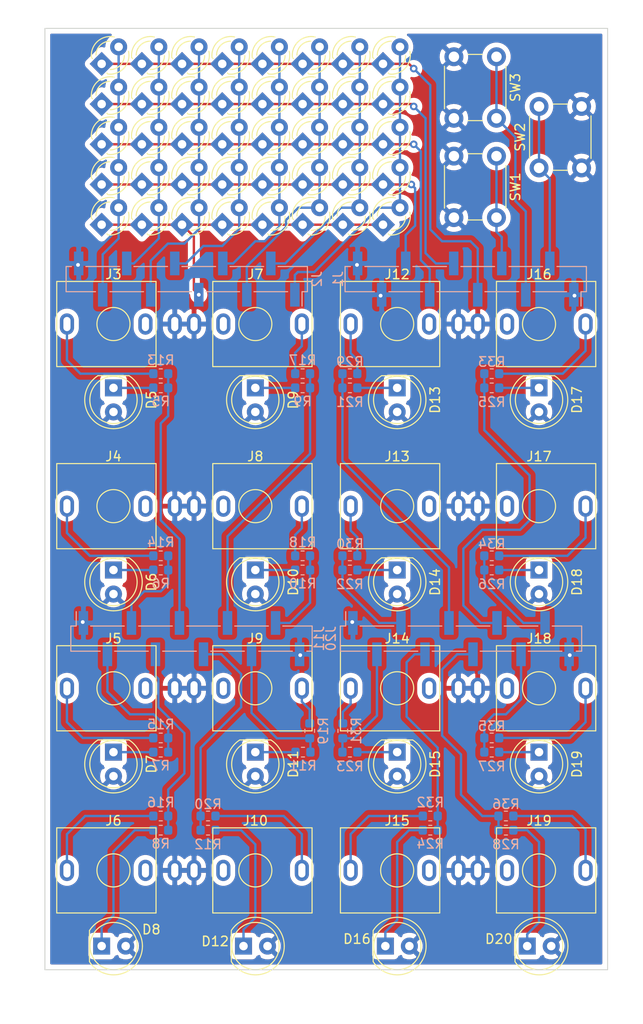
<source format=kicad_pcb>
(kicad_pcb (version 20171130) (host pcbnew "(5.1.6)-1")
  (layers (0 F.Cu signal) (31 B.Cu signal) (34 B.Paste user) (35 F.Paste user) (36 B.SilkS user) (37 F.SilkS user) (38 B.Mask user) (39 F.Mask user) (44 Edge.Cuts user))
  (net 0 "")
  (net 1 "Net-(D1-Pad2)")
  (net 2 GND1)
  (net 3 "Net-(D5-Pad1)")
  (net 4 "Net-(D6-Pad1)")
  (net 5 "Net-(D7-Pad1)")
  (net 6 "Net-(D8-Pad1)")
  (net 7 "Net-(D9-Pad1)")
  (net 8 "Net-(D10-Pad1)")
  (net 9 "Net-(D11-Pad1)")
  (net 10 "Net-(D12-Pad1)")
  (net 11 "Net-(D13-Pad1)")
  (net 12 "Net-(D14-Pad1)")
  (net 13 "Net-(D15-Pad1)")
  (net 14 "Net-(D16-Pad1)")
  (net 15 "Net-(D17-Pad1)")
  (net 16 "Net-(D18-Pad1)")
  (net 17 "Net-(D19-Pad1)")
  (net 18 "Net-(D20-Pad1)")
  (net 19 "Net-(J1-Pad4)")
  (net 20 "Net-(J1-Pad2)")
  (net 21 "Net-(J1-Pad3)")
  (net 22 "Net-(J3-PadT)")
  (net 23 "Net-(J4-PadT)")
  (net 24 "Net-(J5-PadT)")
  (net 25 "Net-(J6-PadT)")
  (net 26 "Net-(J7-PadT)")
  (net 27 "Net-(J8-PadT)")
  (net 28 "Net-(J9-PadT)")
  (net 29 "Net-(J10-PadT)")
  (net 30 "Net-(J11-Pad8)")
  (net 31 "Net-(J11-Pad6)")
  (net 32 "Net-(J11-Pad4)")
  (net 33 "Net-(J11-Pad2)")
  (net 34 "Net-(J11-Pad7)")
  (net 35 "Net-(J11-Pad5)")
  (net 36 "Net-(J11-Pad3)")
  (net 37 "Net-(J12-PadT)")
  (net 38 "Net-(J13-PadT)")
  (net 39 "Net-(J14-PadT)")
  (net 40 "Net-(J15-PadT)")
  (net 41 "Net-(J16-PadT)")
  (net 42 "Net-(J17-PadT)")
  (net 43 "Net-(J18-PadT)")
  (net 44 "Net-(J19-PadT)")
  (net 45 "Net-(D1-Pad1)")
  (net 46 "Net-(D2-Pad1)")
  (net 47 "Net-(D24-Pad1)")
  (net 48 "Net-(D25-Pad1)")
  (net 49 "Net-(D21-Pad1)")
  (net 50 "Net-(D22-Pad2)")
  (net 51 "Net-(D27-Pad2)")
  (net 52 "Net-(D32-Pad2)")
  (net 53 "Net-(D37-Pad2)")
  (net 54 "Net-(D42-Pad2)")
  (net 55 "Net-(D47-Pad2)")
  (net 56 "Net-(D52-Pad2)")
  (net 57 "Net-(J11-Pad9)")
  (net 58 "Net-(J20-Pad8)")
  (net 59 "Net-(J20-Pad6)")
  (net 60 "Net-(J20-Pad4)")
  (net 61 "Net-(J20-Pad2)")
  (net 62 "Net-(J20-Pad9)")
  (net 63 "Net-(J20-Pad7)")
  (net 64 "Net-(J20-Pad5)")
  (net 65 "Net-(J20-Pad3)")
  (module LED_THT:LED_D5.0mm_FlatTop (layer F.Cu) (at 74.5 162.5)
    (fp_text reference D16 (at -3 -0.75) (layer F.SilkS))
    (fp_text value LED_RG)
    (pad 2 thru_hole circle (at 2.54 0) (size 1.8 1.8) (drill 0.9) (layers *.Cu *.Mask) (net 2 GND1))
    (pad 1 thru_hole rect (at 0 0) (size 1.8 1.8) (drill 0.9) (layers *.Cu *.Mask) (net 14 "Net-(D16-Pad1)"))
  )
  (module Resistor_SMD:R_0603_1608Metric (layer B.Cu) (at 55.75 148.75)
    (fp_text reference R20 (at 0 -1.25) (layer B.SilkS) (effects (justify mirror)))
    (fp_text value 1k)
    (pad 1 smd roundrect (at -0.7875 0) (size 0.875 0.95) (layers B.Cu B.Paste B.Mask) (net 31 "Net-(J11-Pad6)"))
    (pad 2 smd roundrect (at 0.7875 0) (size 0.875 0.95) (layers B.Cu B.Paste B.Mask) (net 29 "Net-(J10-PadT)"))
  )
  (module Button_Switch_THT:SW_PUSH_6mm_H13mm (layer F.Cu) (at 86.25 68.5 270)
    (fp_text reference SW3 (at 3.25 -2 90) (layer F.SilkS))
    (fp_text value SW_SPST)
    (pad 1 thru_hole circle (at 6.5 0) (size 2 2) (drill 1.1) (layers *.Cu *.Mask) (net 21 "Net-(J1-Pad3)"))
    (pad 2 thru_hole circle (at 6.5 4.5) (size 2 2) (drill 1.1) (layers *.Cu *.Mask) (net 2 GND1))
    (pad 1 thru_hole circle (at 0 0) (size 2 2) (drill 1.1) (layers *.Cu *.Mask) (net 21 "Net-(J1-Pad3)"))
    (pad 2 thru_hole circle (at 0 4.5) (size 2 2) (drill 1.1) (layers *.Cu *.Mask) (net 2 GND1))
  )
  (module Button_Switch_THT:SW_PUSH_6mm_H13mm (layer F.Cu) (at 90.75 80.25 90)
    (fp_text reference SW2 (at 3.25 -2 90) (layer F.SilkS))
    (fp_text value SW_SPST)
    (pad 1 thru_hole circle (at 6.5 0 180) (size 2 2) (drill 1.1) (layers *.Cu *.Mask) (net 20 "Net-(J1-Pad2)"))
    (pad 2 thru_hole circle (at 6.5 4.5 180) (size 2 2) (drill 1.1) (layers *.Cu *.Mask) (net 2 GND1))
    (pad 1 thru_hole circle (at 0 0 180) (size 2 2) (drill 1.1) (layers *.Cu *.Mask) (net 20 "Net-(J1-Pad2)"))
    (pad 2 thru_hole circle (at 0 4.5 180) (size 2 2) (drill 1.1) (layers *.Cu *.Mask) (net 2 GND1))
  )
  (module Connector_PinHeader_2.54mm:PinHeader_1x10_P2.54mm_Vertical_SMD_Pin1Left (layer B.Cu) (at 82.5 130 270)
    (fp_text reference J20 (at 0 13.76 90) (layer B.SilkS) (effects (justify mirror)))
    (fp_text value Conn_01x10_Male)
    (pad 10 smd rect (at 1.655 -11.43 270) (size 2.51 1) (layers B.Cu B.Paste B.Mask) (net 2 GND1))
    (pad 8 smd rect (at 1.655 -6.35 270) (size 2.51 1) (layers B.Cu B.Paste B.Mask) (net 58 "Net-(J20-Pad8)"))
    (pad 6 smd rect (at 1.655 -1.27 270) (size 2.51 1) (layers B.Cu B.Paste B.Mask) (net 59 "Net-(J20-Pad6)"))
    (pad 4 smd rect (at 1.655 3.81 270) (size 2.51 1) (layers B.Cu B.Paste B.Mask) (net 60 "Net-(J20-Pad4)"))
    (pad 2 smd rect (at 1.655 8.89 270) (size 2.51 1) (layers B.Cu B.Paste B.Mask) (net 61 "Net-(J20-Pad2)"))
    (pad 9 smd rect (at -1.655 -8.89 270) (size 2.51 1) (layers B.Cu B.Paste B.Mask) (net 62 "Net-(J20-Pad9)"))
    (pad 7 smd rect (at -1.655 -3.81 270) (size 2.51 1) (layers B.Cu B.Paste B.Mask) (net 63 "Net-(J20-Pad7)"))
    (pad 5 smd rect (at -1.655 1.27 270) (size 2.51 1) (layers B.Cu B.Paste B.Mask) (net 64 "Net-(J20-Pad5)"))
    (pad 3 smd rect (at -1.655 6.35 270) (size 2.51 1) (layers B.Cu B.Paste B.Mask) (net 65 "Net-(J20-Pad3)"))
    (pad 1 smd rect (at -1.655 11.43 270) (size 2.51 1) (layers B.Cu B.Paste B.Mask) (net 2 GND1))
  )
  (module Connector_PinHeader_2.54mm:PinHeader_1x10_P2.54mm_Vertical_SMD_Pin1Left (layer B.Cu) (at 54 130 270)
    (fp_text reference J11 (at 0 -13.5 90) (layer B.SilkS) (effects (justify mirror)))
    (fp_text value Conn_01x10_Male)
    (pad 10 smd rect (at 1.655 -11.43 270) (size 2.51 1) (layers B.Cu B.Paste B.Mask) (net 2 GND1))
    (pad 8 smd rect (at 1.655 -6.35 270) (size 2.51 1) (layers B.Cu B.Paste B.Mask) (net 30 "Net-(J11-Pad8)"))
    (pad 6 smd rect (at 1.655 -1.27 270) (size 2.51 1) (layers B.Cu B.Paste B.Mask) (net 31 "Net-(J11-Pad6)"))
    (pad 4 smd rect (at 1.655 3.81 270) (size 2.51 1) (layers B.Cu B.Paste B.Mask) (net 32 "Net-(J11-Pad4)"))
    (pad 2 smd rect (at 1.655 8.89 270) (size 2.51 1) (layers B.Cu B.Paste B.Mask) (net 33 "Net-(J11-Pad2)"))
    (pad 9 smd rect (at -1.655 -8.89 270) (size 2.51 1) (layers B.Cu B.Paste B.Mask) (net 57 "Net-(J11-Pad9)"))
    (pad 7 smd rect (at -1.655 -3.81 270) (size 2.51 1) (layers B.Cu B.Paste B.Mask) (net 34 "Net-(J11-Pad7)"))
    (pad 5 smd rect (at -1.655 1.27 270) (size 2.51 1) (layers B.Cu B.Paste B.Mask) (net 35 "Net-(J11-Pad5)"))
    (pad 3 smd rect (at -1.655 6.35 270) (size 2.51 1) (layers B.Cu B.Paste B.Mask) (net 36 "Net-(J11-Pad3)"))
    (pad 1 smd rect (at -1.655 11.43 270) (size 2.51 1) (layers B.Cu B.Paste B.Mask) (net 2 GND1))
  )
  (module Connector_PinHeader_2.54mm:PinHeader_1x10_P2.54mm_Vertical_SMD_Pin1Left (layer B.Cu) (at 53.5 92 90)
    (fp_text reference J2 (at 0 13.76 90) (layer B.SilkS) (effects (justify mirror)))
    (fp_text value Conn_01x08_Male)
    (pad 10 smd rect (at 1.655 -11.43 90) (size 2.51 1) (layers B.Cu B.Paste B.Mask) (net 2 GND1))
    (pad 8 smd rect (at 1.655 -6.35 90) (size 2.51 1) (layers B.Cu B.Paste B.Mask) (net 50 "Net-(D22-Pad2)"))
    (pad 6 smd rect (at 1.655 -1.27 90) (size 2.51 1) (layers B.Cu B.Paste B.Mask) (net 52 "Net-(D32-Pad2)"))
    (pad 4 smd rect (at 1.655 3.81 90) (size 2.51 1) (layers B.Cu B.Paste B.Mask) (net 53 "Net-(D37-Pad2)"))
    (pad 2 smd rect (at 1.655 8.89 90) (size 2.51 1) (layers B.Cu B.Paste B.Mask) (net 55 "Net-(D47-Pad2)"))
    (pad 9 smd rect (at -1.655 -8.89 90) (size 2.51 1) (layers B.Cu B.Paste B.Mask) (net 1 "Net-(D1-Pad2)"))
    (pad 7 smd rect (at -1.655 -3.81 90) (size 2.51 1) (layers B.Cu B.Paste B.Mask) (net 51 "Net-(D27-Pad2)"))
    (pad 5 smd rect (at -1.655 1.27 90) (size 2.51 1) (layers B.Cu B.Paste B.Mask) (net 49 "Net-(D21-Pad1)"))
    (pad 3 smd rect (at -1.655 6.35 90) (size 2.51 1) (layers B.Cu B.Paste B.Mask) (net 54 "Net-(D42-Pad2)"))
    (pad 1 smd rect (at -1.655 11.43 90) (size 2.51 1) (layers B.Cu B.Paste B.Mask) (net 56 "Net-(D52-Pad2)"))
  )
  (module Connector_PinHeader_2.54mm:PinHeader_1x10_P2.54mm_Vertical_SMD_Pin1Left (layer B.Cu) (at 83 92 90)
    (fp_text reference J1 (at 0 -13.5 90) (layer B.SilkS) (effects (justify mirror)))
    (fp_text value Conn_01x08_Male)
    (pad 10 smd rect (at 1.655 -11.43 90) (size 2.51 1) (layers B.Cu B.Paste B.Mask) (net 2 GND1))
    (pad 8 smd rect (at 1.655 -6.35 90) (size 2.51 1) (layers B.Cu B.Paste B.Mask) (net 48 "Net-(D25-Pad1)"))
    (pad 6 smd rect (at 1.655 -1.27 90) (size 2.51 1) (layers B.Cu B.Paste B.Mask) (net 46 "Net-(D2-Pad1)"))
    (pad 4 smd rect (at 1.655 3.81 90) (size 2.51 1) (layers B.Cu B.Paste B.Mask) (net 19 "Net-(J1-Pad4)"))
    (pad 2 smd rect (at 1.655 8.89 90) (size 2.51 1) (layers B.Cu B.Paste B.Mask) (net 20 "Net-(J1-Pad2)"))
    (pad 9 smd rect (at -1.655 -8.89 90) (size 2.51 1) (layers B.Cu B.Paste B.Mask) (net 2 GND1))
    (pad 7 smd rect (at -1.655 -3.81 90) (size 2.51 1) (layers B.Cu B.Paste B.Mask) (net 47 "Net-(D24-Pad1)"))
    (pad 5 smd rect (at -1.655 1.27 90) (size 2.51 1) (layers B.Cu B.Paste B.Mask) (net 45 "Net-(D1-Pad1)"))
    (pad 3 smd rect (at -1.655 6.35 90) (size 2.51 1) (layers B.Cu B.Paste B.Mask) (net 21 "Net-(J1-Pad3)"))
    (pad 1 smd rect (at -1.655 11.43 90) (size 2.51 1) (layers B.Cu B.Paste B.Mask) (net 2 GND1))
  )
  (module LED_THT:LED_D3.0mm (layer F.Cu) (at 74.25 86.25 45)
    (fp_text reference D56 hide)
    (fp_text value LED)
    (pad 2 thru_hole circle (at 2.54 0 45) (size 1.8 1.8) (drill 0.9) (layers *.Cu *.Mask) (net 56 "Net-(D52-Pad2)"))
    (pad 1 thru_hole rect (at 0 0 45) (size 1.8 1.8) (drill 0.9) (layers *.Cu *.Mask) (net 49 "Net-(D21-Pad1)"))
  )
  (module LED_THT:LED_D3.0mm (layer F.Cu) (at 74.25 82 45)
    (fp_text reference D55 hide)
    (fp_text value LED)
    (pad 2 thru_hole circle (at 2.54 0 45) (size 1.8 1.8) (drill 0.9) (layers *.Cu *.Mask) (net 56 "Net-(D52-Pad2)"))
    (pad 1 thru_hole rect (at 0 0 45) (size 1.8 1.8) (drill 0.9) (layers *.Cu *.Mask) (net 48 "Net-(D25-Pad1)"))
  )
  (module LED_THT:LED_D3.0mm (layer F.Cu) (at 74.25 77.75 45)
    (fp_text reference D54 hide)
    (fp_text value LED)
    (pad 2 thru_hole circle (at 2.54 0 45) (size 1.8 1.8) (drill 0.9) (layers *.Cu *.Mask) (net 56 "Net-(D52-Pad2)"))
    (pad 1 thru_hole rect (at 0 0 45) (size 1.8 1.8) (drill 0.9) (layers *.Cu *.Mask) (net 47 "Net-(D24-Pad1)"))
  )
  (module LED_THT:LED_D3.0mm (layer F.Cu) (at 74.25 73.5 45)
    (fp_text reference D53 hide)
    (fp_text value LED)
    (pad 2 thru_hole circle (at 2.54 0 45) (size 1.8 1.8) (drill 0.9) (layers *.Cu *.Mask) (net 56 "Net-(D52-Pad2)"))
    (pad 1 thru_hole rect (at 0 0 45) (size 1.8 1.8) (drill 0.9) (layers *.Cu *.Mask) (net 46 "Net-(D2-Pad1)"))
  )
  (module LED_THT:LED_D3.0mm (layer F.Cu) (at 74.25 69.25 45)
    (fp_text reference D52 hide)
    (fp_text value LED)
    (pad 2 thru_hole circle (at 2.54 0 45) (size 1.8 1.8) (drill 0.9) (layers *.Cu *.Mask) (net 56 "Net-(D52-Pad2)"))
    (pad 1 thru_hole rect (at 0 0 45) (size 1.8 1.8) (drill 0.9) (layers *.Cu *.Mask) (net 45 "Net-(D1-Pad1)"))
  )
  (module LED_THT:LED_D3.0mm (layer F.Cu) (at 70 86.25 45)
    (fp_text reference D51 hide)
    (fp_text value LED)
    (pad 2 thru_hole circle (at 2.54 0 45) (size 1.8 1.8) (drill 0.9) (layers *.Cu *.Mask) (net 55 "Net-(D47-Pad2)"))
    (pad 1 thru_hole rect (at 0 0 45) (size 1.8 1.8) (drill 0.9) (layers *.Cu *.Mask) (net 49 "Net-(D21-Pad1)"))
  )
  (module LED_THT:LED_D3.0mm (layer F.Cu) (at 70 82 45)
    (fp_text reference D50 hide)
    (fp_text value LED)
    (pad 2 thru_hole circle (at 2.54 0 45) (size 1.8 1.8) (drill 0.9) (layers *.Cu *.Mask) (net 55 "Net-(D47-Pad2)"))
    (pad 1 thru_hole rect (at 0 0 45) (size 1.8 1.8) (drill 0.9) (layers *.Cu *.Mask) (net 48 "Net-(D25-Pad1)"))
  )
  (module LED_THT:LED_D3.0mm (layer F.Cu) (at 70 77.75 45)
    (fp_text reference D49 hide)
    (fp_text value LED)
    (pad 2 thru_hole circle (at 2.54 0 45) (size 1.8 1.8) (drill 0.9) (layers *.Cu *.Mask) (net 55 "Net-(D47-Pad2)"))
    (pad 1 thru_hole rect (at 0 0 45) (size 1.8 1.8) (drill 0.9) (layers *.Cu *.Mask) (net 47 "Net-(D24-Pad1)"))
  )
  (module LED_THT:LED_D3.0mm (layer F.Cu) (at 70 73.5 45)
    (fp_text reference D48 hide)
    (fp_text value LED)
    (pad 2 thru_hole circle (at 2.54 0 45) (size 1.8 1.8) (drill 0.9) (layers *.Cu *.Mask) (net 55 "Net-(D47-Pad2)"))
    (pad 1 thru_hole rect (at 0 0 45) (size 1.8 1.8) (drill 0.9) (layers *.Cu *.Mask) (net 46 "Net-(D2-Pad1)"))
  )
  (module LED_THT:LED_D3.0mm (layer F.Cu) (at 70 69.25 45)
    (fp_text reference D47 hide)
    (fp_text value LED)
    (pad 2 thru_hole circle (at 2.54 0 45) (size 1.8 1.8) (drill 0.9) (layers *.Cu *.Mask) (net 55 "Net-(D47-Pad2)"))
    (pad 1 thru_hole rect (at 0 0 45) (size 1.8 1.8) (drill 0.9) (layers *.Cu *.Mask) (net 45 "Net-(D1-Pad1)"))
  )
  (module LED_THT:LED_D3.0mm (layer F.Cu) (at 65.75 86.25 45)
    (fp_text reference D46 hide)
    (fp_text value LED)
    (pad 2 thru_hole circle (at 2.54 0 45) (size 1.8 1.8) (drill 0.9) (layers *.Cu *.Mask) (net 54 "Net-(D42-Pad2)"))
    (pad 1 thru_hole rect (at 0 0 45) (size 1.8 1.8) (drill 0.9) (layers *.Cu *.Mask) (net 49 "Net-(D21-Pad1)"))
  )
  (module LED_THT:LED_D3.0mm (layer F.Cu) (at 65.75 82 45)
    (fp_text reference D45 hide)
    (fp_text value LED)
    (pad 2 thru_hole circle (at 2.54 0 45) (size 1.8 1.8) (drill 0.9) (layers *.Cu *.Mask) (net 54 "Net-(D42-Pad2)"))
    (pad 1 thru_hole rect (at 0 0 45) (size 1.8 1.8) (drill 0.9) (layers *.Cu *.Mask) (net 48 "Net-(D25-Pad1)"))
  )
  (module LED_THT:LED_D3.0mm (layer F.Cu) (at 65.75 77.75 45)
    (fp_text reference D44 hide)
    (fp_text value LED)
    (pad 2 thru_hole circle (at 2.54 0 45) (size 1.8 1.8) (drill 0.9) (layers *.Cu *.Mask) (net 54 "Net-(D42-Pad2)"))
    (pad 1 thru_hole rect (at 0 0 45) (size 1.8 1.8) (drill 0.9) (layers *.Cu *.Mask) (net 47 "Net-(D24-Pad1)"))
  )
  (module LED_THT:LED_D3.0mm (layer F.Cu) (at 65.75 73.5 45)
    (fp_text reference D43 hide)
    (fp_text value LED)
    (pad 2 thru_hole circle (at 2.54 0 45) (size 1.8 1.8) (drill 0.9) (layers *.Cu *.Mask) (net 54 "Net-(D42-Pad2)"))
    (pad 1 thru_hole rect (at 0 0 45) (size 1.8 1.8) (drill 0.9) (layers *.Cu *.Mask) (net 46 "Net-(D2-Pad1)"))
  )
  (module LED_THT:LED_D3.0mm (layer F.Cu) (at 65.75 69.25 45)
    (fp_text reference D42 hide)
    (fp_text value LED)
    (pad 2 thru_hole circle (at 2.54 0 45) (size 1.8 1.8) (drill 0.9) (layers *.Cu *.Mask) (net 54 "Net-(D42-Pad2)"))
    (pad 1 thru_hole rect (at 0 0 45) (size 1.8 1.8) (drill 0.9) (layers *.Cu *.Mask) (net 45 "Net-(D1-Pad1)"))
  )
  (module LED_THT:LED_D3.0mm (layer F.Cu) (at 61.5 86.25 45)
    (fp_text reference D41 hide)
    (fp_text value LED)
    (pad 2 thru_hole circle (at 2.54 0 45) (size 1.8 1.8) (drill 0.9) (layers *.Cu *.Mask) (net 53 "Net-(D37-Pad2)"))
    (pad 1 thru_hole rect (at 0 0 45) (size 1.8 1.8) (drill 0.9) (layers *.Cu *.Mask) (net 49 "Net-(D21-Pad1)"))
  )
  (module LED_THT:LED_D3.0mm (layer F.Cu) (at 61.5 82 45)
    (fp_text reference D40 hide)
    (fp_text value LED)
    (pad 2 thru_hole circle (at 2.54 0 45) (size 1.8 1.8) (drill 0.9) (layers *.Cu *.Mask) (net 53 "Net-(D37-Pad2)"))
    (pad 1 thru_hole rect (at 0 0 45) (size 1.8 1.8) (drill 0.9) (layers *.Cu *.Mask) (net 48 "Net-(D25-Pad1)"))
  )
  (module LED_THT:LED_D3.0mm (layer F.Cu) (at 61.5 77.75 45)
    (fp_text reference D39 hide)
    (fp_text value LED)
    (pad 2 thru_hole circle (at 2.54 0 45) (size 1.8 1.8) (drill 0.9) (layers *.Cu *.Mask) (net 53 "Net-(D37-Pad2)"))
    (pad 1 thru_hole rect (at 0 0 45) (size 1.8 1.8) (drill 0.9) (layers *.Cu *.Mask) (net 47 "Net-(D24-Pad1)"))
  )
  (module LED_THT:LED_D3.0mm (layer F.Cu) (at 61.5 73.5 45)
    (fp_text reference D38 hide)
    (fp_text value LED)
    (pad 2 thru_hole circle (at 2.54 0 45) (size 1.8 1.8) (drill 0.9) (layers *.Cu *.Mask) (net 53 "Net-(D37-Pad2)"))
    (pad 1 thru_hole rect (at 0 0 45) (size 1.8 1.8) (drill 0.9) (layers *.Cu *.Mask) (net 46 "Net-(D2-Pad1)"))
  )
  (module LED_THT:LED_D3.0mm (layer F.Cu) (at 61.5 69.25 45)
    (fp_text reference D37 hide)
    (fp_text value LED)
    (pad 2 thru_hole circle (at 2.54 0 45) (size 1.8 1.8) (drill 0.9) (layers *.Cu *.Mask) (net 53 "Net-(D37-Pad2)"))
    (pad 1 thru_hole rect (at 0 0 45) (size 1.8 1.8) (drill 0.9) (layers *.Cu *.Mask) (net 45 "Net-(D1-Pad1)"))
  )
  (module LED_THT:LED_D3.0mm (layer F.Cu) (at 57.25 86.25 45)
    (fp_text reference D36 hide)
    (fp_text value LED)
    (pad 2 thru_hole circle (at 2.54 0 45) (size 1.8 1.8) (drill 0.9) (layers *.Cu *.Mask) (net 52 "Net-(D32-Pad2)"))
    (pad 1 thru_hole rect (at 0 0 45) (size 1.8 1.8) (drill 0.9) (layers *.Cu *.Mask) (net 49 "Net-(D21-Pad1)"))
  )
  (module LED_THT:LED_D3.0mm (layer F.Cu) (at 57.25 82 45)
    (fp_text reference D35 hide)
    (fp_text value LED)
    (pad 2 thru_hole circle (at 2.54 0 45) (size 1.8 1.8) (drill 0.9) (layers *.Cu *.Mask) (net 52 "Net-(D32-Pad2)"))
    (pad 1 thru_hole rect (at 0 0 45) (size 1.8 1.8) (drill 0.9) (layers *.Cu *.Mask) (net 48 "Net-(D25-Pad1)"))
  )
  (module LED_THT:LED_D3.0mm (layer F.Cu) (at 57.25 77.75 45)
    (fp_text reference D34 hide)
    (fp_text value LED)
    (pad 2 thru_hole circle (at 2.54 0 45) (size 1.8 1.8) (drill 0.9) (layers *.Cu *.Mask) (net 52 "Net-(D32-Pad2)"))
    (pad 1 thru_hole rect (at 0 0 45) (size 1.8 1.8) (drill 0.9) (layers *.Cu *.Mask) (net 47 "Net-(D24-Pad1)"))
  )
  (module LED_THT:LED_D3.0mm (layer F.Cu) (at 57.25 73.5 45)
    (fp_text reference D33 hide)
    (fp_text value LED)
    (pad 2 thru_hole circle (at 2.54 0 45) (size 1.8 1.8) (drill 0.9) (layers *.Cu *.Mask) (net 52 "Net-(D32-Pad2)"))
    (pad 1 thru_hole rect (at 0 0 45) (size 1.8 1.8) (drill 0.9) (layers *.Cu *.Mask) (net 46 "Net-(D2-Pad1)"))
  )
  (module LED_THT:LED_D3.0mm (layer F.Cu) (at 57.25 69.25 45)
    (fp_text reference D32 hide)
    (fp_text value LED)
    (pad 2 thru_hole circle (at 2.54 0 45) (size 1.8 1.8) (drill 0.9) (layers *.Cu *.Mask) (net 52 "Net-(D32-Pad2)"))
    (pad 1 thru_hole rect (at 0 0 45) (size 1.8 1.8) (drill 0.9) (layers *.Cu *.Mask) (net 45 "Net-(D1-Pad1)"))
  )
  (module LED_THT:LED_D3.0mm (layer F.Cu) (at 53 86.25 45)
    (fp_text reference D31 hide)
    (fp_text value LED)
    (pad 2 thru_hole circle (at 2.54 0 45) (size 1.8 1.8) (drill 0.9) (layers *.Cu *.Mask) (net 51 "Net-(D27-Pad2)"))
    (pad 1 thru_hole rect (at 0 0 45) (size 1.8 1.8) (drill 0.9) (layers *.Cu *.Mask) (net 49 "Net-(D21-Pad1)"))
  )
  (module LED_THT:LED_D3.0mm (layer F.Cu) (at 53 82 45)
    (fp_text reference D30 hide)
    (fp_text value LED)
    (pad 2 thru_hole circle (at 2.54 0 45) (size 1.8 1.8) (drill 0.9) (layers *.Cu *.Mask) (net 51 "Net-(D27-Pad2)"))
    (pad 1 thru_hole rect (at 0 0 45) (size 1.8 1.8) (drill 0.9) (layers *.Cu *.Mask) (net 48 "Net-(D25-Pad1)"))
  )
  (module LED_THT:LED_D3.0mm (layer F.Cu) (at 53 77.75 45)
    (fp_text reference D29 hide)
    (fp_text value LED)
    (pad 2 thru_hole circle (at 2.54 0 45) (size 1.8 1.8) (drill 0.9) (layers *.Cu *.Mask) (net 51 "Net-(D27-Pad2)"))
    (pad 1 thru_hole rect (at 0 0 45) (size 1.8 1.8) (drill 0.9) (layers *.Cu *.Mask) (net 47 "Net-(D24-Pad1)"))
  )
  (module LED_THT:LED_D3.0mm (layer F.Cu) (at 53 73.5 45)
    (fp_text reference D28 hide)
    (fp_text value LED)
    (pad 2 thru_hole circle (at 2.54 0 45) (size 1.8 1.8) (drill 0.9) (layers *.Cu *.Mask) (net 51 "Net-(D27-Pad2)"))
    (pad 1 thru_hole rect (at 0 0 45) (size 1.8 1.8) (drill 0.9) (layers *.Cu *.Mask) (net 46 "Net-(D2-Pad1)"))
  )
  (module LED_THT:LED_D3.0mm (layer F.Cu) (at 53 69.25 45)
    (fp_text reference D27 hide)
    (fp_text value LED)
    (pad 2 thru_hole circle (at 2.54 0 45) (size 1.8 1.8) (drill 0.9) (layers *.Cu *.Mask) (net 51 "Net-(D27-Pad2)"))
    (pad 1 thru_hole rect (at 0 0 45) (size 1.8 1.8) (drill 0.9) (layers *.Cu *.Mask) (net 45 "Net-(D1-Pad1)"))
  )
  (module LED_THT:LED_D3.0mm (layer F.Cu) (at 48.75 86.25 45)
    (fp_text reference D26 hide)
    (fp_text value LED)
    (pad 2 thru_hole circle (at 2.54 0 45) (size 1.8 1.8) (drill 0.9) (layers *.Cu *.Mask) (net 50 "Net-(D22-Pad2)"))
    (pad 1 thru_hole rect (at 0 0 45) (size 1.8 1.8) (drill 0.9) (layers *.Cu *.Mask) (net 49 "Net-(D21-Pad1)"))
  )
  (module LED_THT:LED_D3.0mm (layer F.Cu) (at 48.75 82 45)
    (fp_text reference D25 hide)
    (fp_text value LED)
    (pad 2 thru_hole circle (at 2.54 0 45) (size 1.8 1.8) (drill 0.9) (layers *.Cu *.Mask) (net 50 "Net-(D22-Pad2)"))
    (pad 1 thru_hole rect (at 0 0 45) (size 1.8 1.8) (drill 0.9) (layers *.Cu *.Mask) (net 48 "Net-(D25-Pad1)"))
  )
  (module LED_THT:LED_D3.0mm (layer F.Cu) (at 48.75 77.75 45)
    (fp_text reference D24 hide)
    (fp_text value LED)
    (pad 2 thru_hole circle (at 2.54 0 45) (size 1.8 1.8) (drill 0.9) (layers *.Cu *.Mask) (net 50 "Net-(D22-Pad2)"))
    (pad 1 thru_hole rect (at 0 0 45) (size 1.8 1.8) (drill 0.9) (layers *.Cu *.Mask) (net 47 "Net-(D24-Pad1)"))
  )
  (module LED_THT:LED_D3.0mm (layer F.Cu) (at 48.75 73.5 45)
    (fp_text reference D23 hide)
    (fp_text value LED)
    (pad 2 thru_hole circle (at 2.54 0 45) (size 1.8 1.8) (drill 0.9) (layers *.Cu *.Mask) (net 50 "Net-(D22-Pad2)"))
    (pad 1 thru_hole rect (at 0 0 45) (size 1.8 1.8) (drill 0.9) (layers *.Cu *.Mask) (net 46 "Net-(D2-Pad1)"))
  )
  (module LED_THT:LED_D3.0mm (layer F.Cu) (at 48.75 69.25 45)
    (fp_text reference D22 hide)
    (fp_text value LED)
    (pad 2 thru_hole circle (at 2.54 0 45) (size 1.8 1.8) (drill 0.9) (layers *.Cu *.Mask) (net 50 "Net-(D22-Pad2)"))
    (pad 1 thru_hole rect (at 0 0 45) (size 1.8 1.8) (drill 0.9) (layers *.Cu *.Mask) (net 45 "Net-(D1-Pad1)"))
  )
  (module LED_THT:LED_D3.0mm (layer F.Cu) (at 44.5 86.25 45)
    (fp_text reference D21 hide)
    (fp_text value LED)
    (pad 2 thru_hole circle (at 2.54 0 45) (size 1.8 1.8) (drill 0.9) (layers *.Cu *.Mask) (net 1 "Net-(D1-Pad2)"))
    (pad 1 thru_hole rect (at 0 0 45) (size 1.8 1.8) (drill 0.9) (layers *.Cu *.Mask) (net 49 "Net-(D21-Pad1)"))
  )
  (module LED_THT:LED_D3.0mm (layer F.Cu) (at 44.5 82 45)
    (fp_text reference D4 hide)
    (fp_text value LED)
    (pad 2 thru_hole circle (at 2.54 0 45) (size 1.8 1.8) (drill 0.9) (layers *.Cu *.Mask) (net 1 "Net-(D1-Pad2)"))
    (pad 1 thru_hole rect (at 0 0 45) (size 1.8 1.8) (drill 0.9) (layers *.Cu *.Mask) (net 48 "Net-(D25-Pad1)"))
  )
  (module LED_THT:LED_D3.0mm (layer F.Cu) (at 44.5 77.75 45)
    (fp_text reference D3 hide)
    (fp_text value LED)
    (pad 2 thru_hole circle (at 2.54 0 45) (size 1.8 1.8) (drill 0.9) (layers *.Cu *.Mask) (net 1 "Net-(D1-Pad2)"))
    (pad 1 thru_hole rect (at 0 0 45) (size 1.8 1.8) (drill 0.9) (layers *.Cu *.Mask) (net 47 "Net-(D24-Pad1)"))
  )
  (module LED_THT:LED_D3.0mm (layer F.Cu) (at 44.5 73.5 45)
    (fp_text reference D2 hide)
    (fp_text value LED)
    (pad 2 thru_hole circle (at 2.54 0 45) (size 1.8 1.8) (drill 0.9) (layers *.Cu *.Mask) (net 1 "Net-(D1-Pad2)"))
    (pad 1 thru_hole rect (at 0 0 45) (size 1.8 1.8) (drill 0.9) (layers *.Cu *.Mask) (net 46 "Net-(D2-Pad1)"))
  )
  (module LED_THT:LED_D3.0mm (layer F.Cu) (at 44.5 69.25 45)
    (fp_text reference D1 hide)
    (fp_text value LED)
    (pad 2 thru_hole circle (at 2.54 0 45) (size 1.8 1.8) (drill 0.9) (layers *.Cu *.Mask) (net 1 "Net-(D1-Pad2)"))
    (pad 1 thru_hole rect (at 0 0 45) (size 1.8 1.8) (drill 0.9) (layers *.Cu *.Mask) (net 45 "Net-(D1-Pad1)"))
  )
  (module CustomLib:PJ398SM (layer F.Cu) (at 90.75 154.5 270)
    (fp_text reference J19 (at -5.25 0 180) (layer F.SilkS))
    (fp_text value AudioJack2_SwitchT)
    (pad S thru_hole oval (at 0 6.48 270) (size 2.25 1.5) (drill oval 1.5 0.75) (layers *.Cu *.Mask) (net 2 GND1))
    (pad TN thru_hole oval (at 0 3.38 270) (size 2.25 1.5) (drill oval 1.5 0.75) (layers *.Cu *.Mask))
    (pad T thru_hole oval (at 0 -4.92 270) (size 2.25 1.5) (drill oval 1.5 0.75) (layers *.Cu *.Mask) (net 44 "Net-(J19-PadT)"))
  )
  (module CustomLib:PJ398SM (layer F.Cu) (at 90.75 135.25 270)
    (fp_text reference J18 (at -5.25 0 180) (layer F.SilkS))
    (fp_text value AudioJack2_SwitchT)
    (pad S thru_hole oval (at 0 6.48 270) (size 2.25 1.5) (drill oval 1.5 0.75) (layers *.Cu *.Mask) (net 2 GND1))
    (pad TN thru_hole oval (at 0 3.38 270) (size 2.25 1.5) (drill oval 1.5 0.75) (layers *.Cu *.Mask))
    (pad T thru_hole oval (at 0 -4.92 270) (size 2.25 1.5) (drill oval 1.5 0.75) (layers *.Cu *.Mask) (net 43 "Net-(J18-PadT)"))
  )
  (module CustomLib:PJ398SM (layer F.Cu) (at 90.75 116 270)
    (fp_text reference J17 (at -5.25 0 180) (layer F.SilkS))
    (fp_text value AudioJack2_SwitchT)
    (pad S thru_hole oval (at 0 6.48 270) (size 2.25 1.5) (drill oval 1.5 0.75) (layers *.Cu *.Mask) (net 2 GND1))
    (pad TN thru_hole oval (at 0 3.38 270) (size 2.25 1.5) (drill oval 1.5 0.75) (layers *.Cu *.Mask))
    (pad T thru_hole oval (at 0 -4.92 270) (size 2.25 1.5) (drill oval 1.5 0.75) (layers *.Cu *.Mask) (net 42 "Net-(J17-PadT)"))
  )
  (module CustomLib:PJ398SM (layer F.Cu) (at 90.75 96.75 270)
    (fp_text reference J16 (at -5.25 0 180) (layer F.SilkS))
    (fp_text value AudioJack2_SwitchT)
    (pad S thru_hole oval (at 0 6.48 270) (size 2.25 1.5) (drill oval 1.5 0.75) (layers *.Cu *.Mask) (net 2 GND1))
    (pad TN thru_hole oval (at 0 3.38 270) (size 2.25 1.5) (drill oval 1.5 0.75) (layers *.Cu *.Mask))
    (pad T thru_hole oval (at 0 -4.92 270) (size 2.25 1.5) (drill oval 1.5 0.75) (layers *.Cu *.Mask) (net 41 "Net-(J16-PadT)"))
  )
  (module CustomLib:PJ398SM (layer F.Cu) (at 75.75 154.5 90)
    (fp_text reference J15 (at 5.25 0 180) (layer F.SilkS))
    (fp_text value AudioJack2_SwitchT)
    (pad S thru_hole oval (at 0 6.48 90) (size 2.25 1.5) (drill oval 1.5 0.75) (layers *.Cu *.Mask) (net 2 GND1))
    (pad TN thru_hole oval (at 0 3.38 90) (size 2.25 1.5) (drill oval 1.5 0.75) (layers *.Cu *.Mask))
    (pad T thru_hole oval (at 0 -4.92 90) (size 2.25 1.5) (drill oval 1.5 0.75) (layers *.Cu *.Mask) (net 40 "Net-(J15-PadT)"))
  )
  (module CustomLib:PJ398SM (layer F.Cu) (at 75.75 135.25 90)
    (fp_text reference J14 (at 5.25 0 180) (layer F.SilkS))
    (fp_text value AudioJack2_SwitchT)
    (pad S thru_hole oval (at 0 6.48 90) (size 2.25 1.5) (drill oval 1.5 0.75) (layers *.Cu *.Mask) (net 2 GND1))
    (pad TN thru_hole oval (at 0 3.38 90) (size 2.25 1.5) (drill oval 1.5 0.75) (layers *.Cu *.Mask))
    (pad T thru_hole oval (at 0 -4.92 90) (size 2.25 1.5) (drill oval 1.5 0.75) (layers *.Cu *.Mask) (net 39 "Net-(J14-PadT)"))
  )
  (module CustomLib:PJ398SM (layer F.Cu) (at 75.75 116 90)
    (fp_text reference J13 (at 5.25 0 180) (layer F.SilkS))
    (fp_text value AudioJack2_SwitchT)
    (pad S thru_hole oval (at 0 6.48 90) (size 2.25 1.5) (drill oval 1.5 0.75) (layers *.Cu *.Mask) (net 2 GND1))
    (pad TN thru_hole oval (at 0 3.38 90) (size 2.25 1.5) (drill oval 1.5 0.75) (layers *.Cu *.Mask))
    (pad T thru_hole oval (at 0 -4.92 90) (size 2.25 1.5) (drill oval 1.5 0.75) (layers *.Cu *.Mask) (net 38 "Net-(J13-PadT)"))
  )
  (module CustomLib:PJ398SM (layer F.Cu) (at 75.75 96.75 90)
    (fp_text reference J12 (at 5.25 0 180) (layer F.SilkS))
    (fp_text value AudioJack2_SwitchT)
    (pad S thru_hole oval (at 0 6.48 90) (size 2.25 1.5) (drill oval 1.5 0.75) (layers *.Cu *.Mask) (net 2 GND1))
    (pad TN thru_hole oval (at 0 3.38 90) (size 2.25 1.5) (drill oval 1.5 0.75) (layers *.Cu *.Mask))
    (pad T thru_hole oval (at 0 -4.92 90) (size 2.25 1.5) (drill oval 1.5 0.75) (layers *.Cu *.Mask) (net 37 "Net-(J12-PadT)"))
  )
  (module CustomLib:PJ398SM (layer F.Cu) (at 60.75 154.5 270)
    (fp_text reference J10 (at -5.25 0 180) (layer F.SilkS))
    (fp_text value AudioJack2_SwitchT)
    (pad S thru_hole oval (at 0 6.48 270) (size 2.25 1.5) (drill oval 1.5 0.75) (layers *.Cu *.Mask) (net 2 GND1))
    (pad TN thru_hole oval (at 0 3.38 270) (size 2.25 1.5) (drill oval 1.5 0.75) (layers *.Cu *.Mask))
    (pad T thru_hole oval (at 0 -4.92 270) (size 2.25 1.5) (drill oval 1.5 0.75) (layers *.Cu *.Mask) (net 29 "Net-(J10-PadT)"))
  )
  (module CustomLib:PJ398SM (layer F.Cu) (at 60.75 135.25 270)
    (fp_text reference J9 (at -5.25 0 180) (layer F.SilkS))
    (fp_text value AudioJack2_SwitchT)
    (pad S thru_hole oval (at 0 6.48 270) (size 2.25 1.5) (drill oval 1.5 0.75) (layers *.Cu *.Mask) (net 2 GND1))
    (pad TN thru_hole oval (at 0 3.38 270) (size 2.25 1.5) (drill oval 1.5 0.75) (layers *.Cu *.Mask))
    (pad T thru_hole oval (at 0 -4.92 270) (size 2.25 1.5) (drill oval 1.5 0.75) (layers *.Cu *.Mask) (net 28 "Net-(J9-PadT)"))
  )
  (module CustomLib:PJ398SM (layer F.Cu) (at 60.75 116 270)
    (fp_text reference J8 (at -5.25 0 180) (layer F.SilkS))
    (fp_text value AudioJack2_SwitchT)
    (pad S thru_hole oval (at 0 6.48 270) (size 2.25 1.5) (drill oval 1.5 0.75) (layers *.Cu *.Mask) (net 2 GND1))
    (pad TN thru_hole oval (at 0 3.38 270) (size 2.25 1.5) (drill oval 1.5 0.75) (layers *.Cu *.Mask))
    (pad T thru_hole oval (at 0 -4.92 270) (size 2.25 1.5) (drill oval 1.5 0.75) (layers *.Cu *.Mask) (net 27 "Net-(J8-PadT)"))
  )
  (module CustomLib:PJ398SM (layer F.Cu) (at 60.75 96.75 270)
    (fp_text reference J7 (at -5.25 0 180) (layer F.SilkS))
    (fp_text value AudioJack2_SwitchT)
    (pad S thru_hole oval (at 0 6.48 270) (size 2.25 1.5) (drill oval 1.5 0.75) (layers *.Cu *.Mask) (net 2 GND1))
    (pad TN thru_hole oval (at 0 3.38 270) (size 2.25 1.5) (drill oval 1.5 0.75) (layers *.Cu *.Mask))
    (pad T thru_hole oval (at 0 -4.92 270) (size 2.25 1.5) (drill oval 1.5 0.75) (layers *.Cu *.Mask) (net 26 "Net-(J7-PadT)"))
  )
  (module CustomLib:PJ398SM (layer F.Cu) (at 45.75 154.5 90)
    (fp_text reference J6 (at 5.25 0 180) (layer F.SilkS))
    (fp_text value AudioJack2_SwitchT)
    (pad S thru_hole oval (at 0 6.48 90) (size 2.25 1.5) (drill oval 1.5 0.75) (layers *.Cu *.Mask) (net 2 GND1))
    (pad TN thru_hole oval (at 0 3.38 90) (size 2.25 1.5) (drill oval 1.5 0.75) (layers *.Cu *.Mask))
    (pad T thru_hole oval (at 0 -4.92 90) (size 2.25 1.5) (drill oval 1.5 0.75) (layers *.Cu *.Mask) (net 25 "Net-(J6-PadT)"))
  )
  (module CustomLib:PJ398SM (layer F.Cu) (at 45.75 135.25 90)
    (fp_text reference J5 (at 5.25 0 180) (layer F.SilkS))
    (fp_text value AudioJack2_SwitchT)
    (pad S thru_hole oval (at 0 6.48 90) (size 2.25 1.5) (drill oval 1.5 0.75) (layers *.Cu *.Mask) (net 2 GND1))
    (pad TN thru_hole oval (at 0 3.38 90) (size 2.25 1.5) (drill oval 1.5 0.75) (layers *.Cu *.Mask))
    (pad T thru_hole oval (at 0 -4.92 90) (size 2.25 1.5) (drill oval 1.5 0.75) (layers *.Cu *.Mask) (net 24 "Net-(J5-PadT)"))
  )
  (module CustomLib:PJ398SM (layer F.Cu) (at 45.75 116 90)
    (fp_text reference J4 (at 5.25 0 180) (layer F.SilkS))
    (fp_text value AudioJack2_SwitchT)
    (pad S thru_hole oval (at 0 6.48 90) (size 2.25 1.5) (drill oval 1.5 0.75) (layers *.Cu *.Mask) (net 2 GND1))
    (pad TN thru_hole oval (at 0 3.38 90) (size 2.25 1.5) (drill oval 1.5 0.75) (layers *.Cu *.Mask))
    (pad T thru_hole oval (at 0 -4.92 90) (size 2.25 1.5) (drill oval 1.5 0.75) (layers *.Cu *.Mask) (net 23 "Net-(J4-PadT)"))
  )
  (module CustomLib:PJ398SM (layer F.Cu) (at 45.75 96.75 90)
    (fp_text reference J3 (at 5.25 0 180) (layer F.SilkS))
    (fp_text value AudioJack2_SwitchT)
    (pad S thru_hole oval (at 0 6.48 90) (size 2.25 1.5) (drill oval 1.5 0.75) (layers *.Cu *.Mask) (net 2 GND1))
    (pad TN thru_hole oval (at 0 3.38 90) (size 2.25 1.5) (drill oval 1.5 0.75) (layers *.Cu *.Mask))
    (pad T thru_hole oval (at 0 -4.92 90) (size 2.25 1.5) (drill oval 1.5 0.75) (layers *.Cu *.Mask) (net 22 "Net-(J3-PadT)"))
  )
  (module Button_Switch_THT:SW_PUSH_6mm_H13mm (layer F.Cu) (at 86.25 79 270)
    (fp_text reference SW1 (at 3.25 -2 90) (layer F.SilkS))
    (fp_text value SW_SPST)
    (pad 1 thru_hole circle (at 6.5 0) (size 2 2) (drill 1.1) (layers *.Cu *.Mask) (net 19 "Net-(J1-Pad4)"))
    (pad 2 thru_hole circle (at 6.5 4.5) (size 2 2) (drill 1.1) (layers *.Cu *.Mask) (net 2 GND1))
    (pad 1 thru_hole circle (at 0 0) (size 2 2) (drill 1.1) (layers *.Cu *.Mask) (net 19 "Net-(J1-Pad4)"))
    (pad 2 thru_hole circle (at 0 4.5) (size 2 2) (drill 1.1) (layers *.Cu *.Mask) (net 2 GND1))
  )
  (module Resistor_SMD:R_0603_1608Metric (layer B.Cu) (at 87.25 148.75)
    (fp_text reference R36 (at 0 -1.25) (layer B.SilkS) (effects (justify mirror)))
    (fp_text value 1k)
    (pad 2 smd roundrect (at 0.7875 0) (size 0.875 0.95) (layers B.Cu B.Paste B.Mask) (net 44 "Net-(J19-PadT)"))
    (pad 1 smd roundrect (at -0.7875 0) (size 0.875 0.95) (layers B.Cu B.Paste B.Mask) (net 59 "Net-(J20-Pad6)"))
  )
  (module Resistor_SMD:R_0603_1608Metric (layer B.Cu) (at 85.75 140.5)
    (fp_text reference R35 (at 0 -1.25) (layer B.SilkS) (effects (justify mirror)))
    (fp_text value 1k)
    (pad 2 smd roundrect (at 0.7875 0) (size 0.875 0.95) (layers B.Cu B.Paste B.Mask) (net 43 "Net-(J18-PadT)"))
    (pad 1 smd roundrect (at -0.7875 0) (size 0.875 0.95) (layers B.Cu B.Paste B.Mask) (net 58 "Net-(J20-Pad8)"))
  )
  (module Resistor_SMD:R_0603_1608Metric (layer B.Cu) (at 85.75 121.25)
    (fp_text reference R34 (at 0 -1.25) (layer B.SilkS) (effects (justify mirror)))
    (fp_text value 1k)
    (pad 2 smd roundrect (at 0.7875 0) (size 0.875 0.95) (layers B.Cu B.Paste B.Mask) (net 42 "Net-(J17-PadT)"))
    (pad 1 smd roundrect (at -0.7875 0) (size 0.875 0.95) (layers B.Cu B.Paste B.Mask) (net 62 "Net-(J20-Pad9)"))
  )
  (module Resistor_SMD:R_0603_1608Metric (layer B.Cu) (at 85.75 102)
    (fp_text reference R33 (at 0 -1.25) (layer B.SilkS) (effects (justify mirror)))
    (fp_text value 1k)
    (pad 2 smd roundrect (at 0.7875 0) (size 0.875 0.95) (layers B.Cu B.Paste B.Mask) (net 41 "Net-(J16-PadT)"))
    (pad 1 smd roundrect (at -0.7875 0) (size 0.875 0.95) (layers B.Cu B.Paste B.Mask) (net 63 "Net-(J20-Pad7)"))
  )
  (module Resistor_SMD:R_0603_1608Metric (layer B.Cu) (at 79.25 148.75 180)
    (fp_text reference R32 (at 0 1.43) (layer B.SilkS) (effects (justify mirror)))
    (fp_text value 1k)
    (pad 2 smd roundrect (at 0.7875 0 180) (size 0.875 0.95) (layers B.Cu B.Paste B.Mask) (net 40 "Net-(J15-PadT)"))
    (pad 1 smd roundrect (at -0.7875 0 180) (size 0.875 0.95) (layers B.Cu B.Paste B.Mask) (net 60 "Net-(J20-Pad4)"))
  )
  (module Resistor_SMD:R_0603_1608Metric (layer B.Cu) (at 70 139.75 90)
    (fp_text reference R31 (at 0 1.43 90) (layer B.SilkS) (effects (justify mirror)))
    (fp_text value 1k)
    (pad 2 smd roundrect (at 0.7875 0 90) (size 0.875 0.95) (layers B.Cu B.Paste B.Mask) (net 39 "Net-(J14-PadT)"))
    (pad 1 smd roundrect (at -0.7875 0 90) (size 0.875 0.95) (layers B.Cu B.Paste B.Mask) (net 61 "Net-(J20-Pad2)"))
  )
  (module Resistor_SMD:R_0603_1608Metric (layer B.Cu) (at 70.75 121.25)
    (fp_text reference R30 (at 0 -1.25) (layer B.SilkS) (effects (justify mirror)))
    (fp_text value 1k)
    (pad 2 smd roundrect (at 0.7875 0) (size 0.875 0.95) (layers B.Cu B.Paste B.Mask) (net 38 "Net-(J13-PadT)"))
    (pad 1 smd roundrect (at -0.7875 0) (size 0.875 0.95) (layers B.Cu B.Paste B.Mask) (net 65 "Net-(J20-Pad3)"))
  )
  (module Resistor_SMD:R_0603_1608Metric (layer B.Cu) (at 70.75 102)
    (fp_text reference R29 (at 0 -1.25) (layer B.SilkS) (effects (justify mirror)))
    (fp_text value 1k)
    (pad 2 smd roundrect (at 0.7875 0) (size 0.875 0.95) (layers B.Cu B.Paste B.Mask) (net 37 "Net-(J12-PadT)"))
    (pad 1 smd roundrect (at -0.7875 0) (size 0.875 0.95) (layers B.Cu B.Paste B.Mask) (net 64 "Net-(J20-Pad5)"))
  )
  (module Resistor_SMD:R_0603_1608Metric (layer B.Cu) (at 87.25 150.25 180)
    (fp_text reference R28 (at 0 -1.5) (layer B.SilkS) (effects (justify mirror)))
    (fp_text value 1k)
    (pad 2 smd roundrect (at 0.7875 0 180) (size 0.875 0.95) (layers B.Cu B.Paste B.Mask) (net 59 "Net-(J20-Pad6)"))
    (pad 1 smd roundrect (at -0.7875 0 180) (size 0.875 0.95) (layers B.Cu B.Paste B.Mask) (net 18 "Net-(D20-Pad1)"))
  )
  (module Resistor_SMD:R_0603_1608Metric (layer B.Cu) (at 85.75 142 180)
    (fp_text reference R27 (at 0 -1.5) (layer B.SilkS) (effects (justify mirror)))
    (fp_text value 1k)
    (pad 2 smd roundrect (at 0.7875 0 180) (size 0.875 0.95) (layers B.Cu B.Paste B.Mask) (net 58 "Net-(J20-Pad8)"))
    (pad 1 smd roundrect (at -0.7875 0 180) (size 0.875 0.95) (layers B.Cu B.Paste B.Mask) (net 17 "Net-(D19-Pad1)"))
  )
  (module Resistor_SMD:R_0603_1608Metric (layer B.Cu) (at 85.75 122.75 180)
    (fp_text reference R26 (at 0 -1.5) (layer B.SilkS) (effects (justify mirror)))
    (fp_text value 1k)
    (pad 2 smd roundrect (at 0.7875 0 180) (size 0.875 0.95) (layers B.Cu B.Paste B.Mask) (net 62 "Net-(J20-Pad9)"))
    (pad 1 smd roundrect (at -0.7875 0 180) (size 0.875 0.95) (layers B.Cu B.Paste B.Mask) (net 16 "Net-(D18-Pad1)"))
  )
  (module Resistor_SMD:R_0603_1608Metric (layer B.Cu) (at 85.75 103.5 180)
    (fp_text reference R25 (at 0 -1.5) (layer B.SilkS) (effects (justify mirror)))
    (fp_text value 1k)
    (pad 2 smd roundrect (at 0.7875 0 180) (size 0.875 0.95) (layers B.Cu B.Paste B.Mask) (net 63 "Net-(J20-Pad7)"))
    (pad 1 smd roundrect (at -0.7875 0 180) (size 0.875 0.95) (layers B.Cu B.Paste B.Mask) (net 15 "Net-(D17-Pad1)"))
  )
  (module Resistor_SMD:R_0603_1608Metric (layer B.Cu) (at 79.25 150.25)
    (fp_text reference R24 (at 0 1.43) (layer B.SilkS) (effects (justify mirror)))
    (fp_text value 1k)
    (pad 2 smd roundrect (at 0.7875 0) (size 0.875 0.95) (layers B.Cu B.Paste B.Mask) (net 60 "Net-(J20-Pad4)"))
    (pad 1 smd roundrect (at -0.7875 0) (size 0.875 0.95) (layers B.Cu B.Paste B.Mask) (net 14 "Net-(D16-Pad1)"))
  )
  (module Resistor_SMD:R_0603_1608Metric (layer B.Cu) (at 70.75 142 180)
    (fp_text reference R23 (at 0 -1.5) (layer B.SilkS) (effects (justify mirror)))
    (fp_text value 1k)
    (pad 2 smd roundrect (at 0.7875 0 180) (size 0.875 0.95) (layers B.Cu B.Paste B.Mask) (net 61 "Net-(J20-Pad2)"))
    (pad 1 smd roundrect (at -0.7875 0 180) (size 0.875 0.95) (layers B.Cu B.Paste B.Mask) (net 13 "Net-(D15-Pad1)"))
  )
  (module Resistor_SMD:R_0603_1608Metric (layer B.Cu) (at 70.75 122.75 180)
    (fp_text reference R22 (at 0 -1.5) (layer B.SilkS) (effects (justify mirror)))
    (fp_text value 1k)
    (pad 2 smd roundrect (at 0.7875 0 180) (size 0.875 0.95) (layers B.Cu B.Paste B.Mask) (net 65 "Net-(J20-Pad3)"))
    (pad 1 smd roundrect (at -0.7875 0 180) (size 0.875 0.95) (layers B.Cu B.Paste B.Mask) (net 12 "Net-(D14-Pad1)"))
  )
  (module Resistor_SMD:R_0603_1608Metric (layer B.Cu) (at 70.75 103.5 180)
    (fp_text reference R21 (at 0 -1.5) (layer B.SilkS) (effects (justify mirror)))
    (fp_text value 1k)
    (pad 2 smd roundrect (at 0.7875 0 180) (size 0.875 0.95) (layers B.Cu B.Paste B.Mask) (net 64 "Net-(J20-Pad5)"))
    (pad 1 smd roundrect (at -0.7875 0 180) (size 0.875 0.95) (layers B.Cu B.Paste B.Mask) (net 11 "Net-(D13-Pad1)"))
  )
  (module Resistor_SMD:R_0603_1608Metric (layer B.Cu) (at 66.5 139.75 90)
    (fp_text reference R19 (at 0 1.43 90) (layer B.SilkS) (effects (justify mirror)))
    (fp_text value 1k)
    (pad 2 smd roundrect (at 0.7875 0 90) (size 0.875 0.95) (layers B.Cu B.Paste B.Mask) (net 28 "Net-(J9-PadT)"))
    (pad 1 smd roundrect (at -0.7875 0 90) (size 0.875 0.95) (layers B.Cu B.Paste B.Mask) (net 30 "Net-(J11-Pad8)"))
  )
  (module Resistor_SMD:R_0603_1608Metric (layer B.Cu) (at 65.75 121.25 180)
    (fp_text reference R18 (at 0 1.43) (layer B.SilkS) (effects (justify mirror)))
    (fp_text value 1k)
    (pad 2 smd roundrect (at 0.7875 0 180) (size 0.875 0.95) (layers B.Cu B.Paste B.Mask) (net 27 "Net-(J8-PadT)"))
    (pad 1 smd roundrect (at -0.7875 0 180) (size 0.875 0.95) (layers B.Cu B.Paste B.Mask) (net 57 "Net-(J11-Pad9)"))
  )
  (module Resistor_SMD:R_0603_1608Metric (layer B.Cu) (at 65.75 102 180)
    (fp_text reference R17 (at 0 1.43) (layer B.SilkS) (effects (justify mirror)))
    (fp_text value 1k)
    (pad 2 smd roundrect (at 0.7875 0 180) (size 0.875 0.95) (layers B.Cu B.Paste B.Mask) (net 26 "Net-(J7-PadT)"))
    (pad 1 smd roundrect (at -0.7875 0 180) (size 0.875 0.95) (layers B.Cu B.Paste B.Mask) (net 34 "Net-(J11-Pad7)"))
  )
  (module Resistor_SMD:R_0603_1608Metric (layer B.Cu) (at 50.75 148.75 180)
    (fp_text reference R16 (at 0 1.43) (layer B.SilkS) (effects (justify mirror)))
    (fp_text value 1k)
    (pad 2 smd roundrect (at 0.7875 0 180) (size 0.875 0.95) (layers B.Cu B.Paste B.Mask) (net 25 "Net-(J6-PadT)"))
    (pad 1 smd roundrect (at -0.7875 0 180) (size 0.875 0.95) (layers B.Cu B.Paste B.Mask) (net 32 "Net-(J11-Pad4)"))
  )
  (module Resistor_SMD:R_0603_1608Metric (layer B.Cu) (at 50.75 140.5 180)
    (fp_text reference R15 (at 0 1.43) (layer B.SilkS) (effects (justify mirror)))
    (fp_text value 1k)
    (pad 2 smd roundrect (at 0.7875 0 180) (size 0.875 0.95) (layers B.Cu B.Paste B.Mask) (net 24 "Net-(J5-PadT)"))
    (pad 1 smd roundrect (at -0.7875 0 180) (size 0.875 0.95) (layers B.Cu B.Paste B.Mask) (net 33 "Net-(J11-Pad2)"))
  )
  (module Resistor_SMD:R_0603_1608Metric (layer B.Cu) (at 50.75 121.25 180)
    (fp_text reference R14 (at 0 1.43) (layer B.SilkS) (effects (justify mirror)))
    (fp_text value 1k)
    (pad 2 smd roundrect (at 0.7875 0 180) (size 0.875 0.95) (layers B.Cu B.Paste B.Mask) (net 23 "Net-(J4-PadT)"))
    (pad 1 smd roundrect (at -0.7875 0 180) (size 0.875 0.95) (layers B.Cu B.Paste B.Mask) (net 36 "Net-(J11-Pad3)"))
  )
  (module Resistor_SMD:R_0603_1608Metric (layer B.Cu) (at 50.75 102 180)
    (fp_text reference R13 (at 0 1.43) (layer B.SilkS) (effects (justify mirror)))
    (fp_text value 1k)
    (pad 2 smd roundrect (at 0.7875 0 180) (size 0.875 0.95) (layers B.Cu B.Paste B.Mask) (net 22 "Net-(J3-PadT)"))
    (pad 1 smd roundrect (at -0.7875 0 180) (size 0.875 0.95) (layers B.Cu B.Paste B.Mask) (net 35 "Net-(J11-Pad5)"))
  )
  (module Resistor_SMD:R_0603_1608Metric (layer B.Cu) (at 55.75 150.25 180)
    (fp_text reference R12 (at 0 -1.5) (layer B.SilkS) (effects (justify mirror)))
    (fp_text value 1k)
    (pad 2 smd roundrect (at 0.7875 0 180) (size 0.875 0.95) (layers B.Cu B.Paste B.Mask) (net 31 "Net-(J11-Pad6)"))
    (pad 1 smd roundrect (at -0.7875 0 180) (size 0.875 0.95) (layers B.Cu B.Paste B.Mask) (net 10 "Net-(D12-Pad1)"))
  )
  (module Resistor_SMD:R_0603_1608Metric (layer B.Cu) (at 65.7875 142)
    (fp_text reference R11 (at 0 1.43) (layer B.SilkS) (effects (justify mirror)))
    (fp_text value 1k)
    (pad 2 smd roundrect (at 0.7875 0) (size 0.875 0.95) (layers B.Cu B.Paste B.Mask) (net 30 "Net-(J11-Pad8)"))
    (pad 1 smd roundrect (at -0.7875 0) (size 0.875 0.95) (layers B.Cu B.Paste B.Mask) (net 9 "Net-(D11-Pad1)"))
  )
  (module Resistor_SMD:R_0603_1608Metric (layer B.Cu) (at 65.75 122.75)
    (fp_text reference R10 (at 0 1.43) (layer B.SilkS) (effects (justify mirror)))
    (fp_text value 1k)
    (pad 2 smd roundrect (at 0.7875 0) (size 0.875 0.95) (layers B.Cu B.Paste B.Mask) (net 57 "Net-(J11-Pad9)"))
    (pad 1 smd roundrect (at -0.7875 0) (size 0.875 0.95) (layers B.Cu B.Paste B.Mask) (net 8 "Net-(D10-Pad1)"))
  )
  (module Resistor_SMD:R_0603_1608Metric (layer B.Cu) (at 65.75 103.5)
    (fp_text reference R9 (at 0 1.43) (layer B.SilkS) (effects (justify mirror)))
    (fp_text value 1k)
    (pad 2 smd roundrect (at 0.7875 0) (size 0.875 0.95) (layers B.Cu B.Paste B.Mask) (net 34 "Net-(J11-Pad7)"))
    (pad 1 smd roundrect (at -0.7875 0) (size 0.875 0.95) (layers B.Cu B.Paste B.Mask) (net 7 "Net-(D9-Pad1)"))
  )
  (module Resistor_SMD:R_0603_1608Metric (layer B.Cu) (at 50.75 150.25)
    (fp_text reference R8 (at 0 1.43) (layer B.SilkS) (effects (justify mirror)))
    (fp_text value 1k)
    (pad 2 smd roundrect (at 0.7875 0) (size 0.875 0.95) (layers B.Cu B.Paste B.Mask) (net 32 "Net-(J11-Pad4)"))
    (pad 1 smd roundrect (at -0.7875 0) (size 0.875 0.95) (layers B.Cu B.Paste B.Mask) (net 6 "Net-(D8-Pad1)"))
  )
  (module Resistor_SMD:R_0603_1608Metric (layer B.Cu) (at 50.75 142)
    (fp_text reference R7 (at 0 1.43) (layer B.SilkS) (effects (justify mirror)))
    (fp_text value 1k)
    (pad 2 smd roundrect (at 0.7875 0) (size 0.875 0.95) (layers B.Cu B.Paste B.Mask) (net 33 "Net-(J11-Pad2)"))
    (pad 1 smd roundrect (at -0.7875 0) (size 0.875 0.95) (layers B.Cu B.Paste B.Mask) (net 5 "Net-(D7-Pad1)"))
  )
  (module Resistor_SMD:R_0603_1608Metric (layer B.Cu) (at 50.75 122.75)
    (fp_text reference R6 (at 0 1.43) (layer B.SilkS) (effects (justify mirror)))
    (fp_text value 1k)
    (pad 2 smd roundrect (at 0.7875 0) (size 0.875 0.95) (layers B.Cu B.Paste B.Mask) (net 36 "Net-(J11-Pad3)"))
    (pad 1 smd roundrect (at -0.7875 0) (size 0.875 0.95) (layers B.Cu B.Paste B.Mask) (net 4 "Net-(D6-Pad1)"))
  )
  (module Resistor_SMD:R_0603_1608Metric (layer B.Cu) (at 50.75 103.5)
    (fp_text reference R5 (at 0 1.43) (layer B.SilkS) (effects (justify mirror)))
    (fp_text value 1k)
    (pad 2 smd roundrect (at 0.7875 0) (size 0.875 0.95) (layers B.Cu B.Paste B.Mask) (net 35 "Net-(J11-Pad5)"))
    (pad 1 smd roundrect (at -0.7875 0) (size 0.875 0.95) (layers B.Cu B.Paste B.Mask) (net 3 "Net-(D5-Pad1)"))
  )
  (module LED_THT:LED_D5.0mm_FlatTop (layer F.Cu) (at 89.5 162.5)
    (fp_text reference D20 (at -3 -0.75) (layer F.SilkS))
    (fp_text value LED_RG)
    (pad 2 thru_hole circle (at 2.54 0) (size 1.8 1.8) (drill 0.9) (layers *.Cu *.Mask) (net 2 GND1))
    (pad 1 thru_hole rect (at 0 0) (size 1.8 1.8) (drill 0.9) (layers *.Cu *.Mask) (net 18 "Net-(D20-Pad1)"))
  )
  (module LED_THT:LED_D5.0mm_FlatTop (layer F.Cu) (at 90.75 142 270)
    (fp_text reference D19 (at 1.27 -4.01 90) (layer F.SilkS))
    (fp_text value LED_RG)
    (pad 2 thru_hole circle (at 2.54 0 270) (size 1.8 1.8) (drill 0.9) (layers *.Cu *.Mask) (net 2 GND1))
    (pad 1 thru_hole rect (at 0 0 270) (size 1.8 1.8) (drill 0.9) (layers *.Cu *.Mask) (net 17 "Net-(D19-Pad1)"))
  )
  (module LED_THT:LED_D5.0mm_FlatTop (layer F.Cu) (at 90.75 122.75 270)
    (fp_text reference D18 (at 1.27 -4.01 90) (layer F.SilkS))
    (fp_text value LED_RG)
    (pad 2 thru_hole circle (at 2.54 0 270) (size 1.8 1.8) (drill 0.9) (layers *.Cu *.Mask) (net 2 GND1))
    (pad 1 thru_hole rect (at 0 0 270) (size 1.8 1.8) (drill 0.9) (layers *.Cu *.Mask) (net 16 "Net-(D18-Pad1)"))
  )
  (module LED_THT:LED_D5.0mm_FlatTop (layer F.Cu) (at 90.75 103.5 270)
    (fp_text reference D17 (at 1.27 -4.01 90) (layer F.SilkS))
    (fp_text value LED_RG)
    (pad 2 thru_hole circle (at 2.54 0 270) (size 1.8 1.8) (drill 0.9) (layers *.Cu *.Mask) (net 2 GND1))
    (pad 1 thru_hole rect (at 0 0 270) (size 1.8 1.8) (drill 0.9) (layers *.Cu *.Mask) (net 15 "Net-(D17-Pad1)"))
  )
  (module LED_THT:LED_D5.0mm_FlatTop (layer F.Cu) (at 75.75 142 270)
    (fp_text reference D15 (at 1.27 -4.01 90) (layer F.SilkS))
    (fp_text value LED_RG)
    (pad 2 thru_hole circle (at 2.54 0 270) (size 1.8 1.8) (drill 0.9) (layers *.Cu *.Mask) (net 2 GND1))
    (pad 1 thru_hole rect (at 0 0 270) (size 1.8 1.8) (drill 0.9) (layers *.Cu *.Mask) (net 13 "Net-(D15-Pad1)"))
  )
  (module LED_THT:LED_D5.0mm_FlatTop (layer F.Cu) (at 75.75 122.75 270)
    (fp_text reference D14 (at 1.27 -4.01 90) (layer F.SilkS))
    (fp_text value LED_RG)
    (pad 2 thru_hole circle (at 2.54 0 270) (size 1.8 1.8) (drill 0.9) (layers *.Cu *.Mask) (net 2 GND1))
    (pad 1 thru_hole rect (at 0 0 270) (size 1.8 1.8) (drill 0.9) (layers *.Cu *.Mask) (net 12 "Net-(D14-Pad1)"))
  )
  (module LED_THT:LED_D5.0mm_FlatTop (layer F.Cu) (at 75.75 103.5 270)
    (fp_text reference D13 (at 1.27 -4.01 90) (layer F.SilkS))
    (fp_text value LED_RG)
    (pad 2 thru_hole circle (at 2.54 0 270) (size 1.8 1.8) (drill 0.9) (layers *.Cu *.Mask) (net 2 GND1))
    (pad 1 thru_hole rect (at 0 0 270) (size 1.8 1.8) (drill 0.9) (layers *.Cu *.Mask) (net 11 "Net-(D13-Pad1)"))
  )
  (module LED_THT:LED_D5.0mm_FlatTop (layer F.Cu) (at 59.5 162.5)
    (fp_text reference D12 (at -3 -0.5) (layer F.SilkS))
    (fp_text value LED_RG)
    (pad 2 thru_hole circle (at 2.54 0) (size 1.8 1.8) (drill 0.9) (layers *.Cu *.Mask) (net 2 GND1))
    (pad 1 thru_hole rect (at 0 0) (size 1.8 1.8) (drill 0.9) (layers *.Cu *.Mask) (net 10 "Net-(D12-Pad1)"))
  )
  (module LED_THT:LED_D5.0mm_FlatTop (layer F.Cu) (at 60.75 142 270)
    (fp_text reference D11 (at 1.27 -4.01 90) (layer F.SilkS))
    (fp_text value LED_RG)
    (pad 2 thru_hole circle (at 2.54 0 270) (size 1.8 1.8) (drill 0.9) (layers *.Cu *.Mask) (net 2 GND1))
    (pad 1 thru_hole rect (at 0 0 270) (size 1.8 1.8) (drill 0.9) (layers *.Cu *.Mask) (net 9 "Net-(D11-Pad1)"))
  )
  (module LED_THT:LED_D5.0mm_FlatTop (layer F.Cu) (at 60.75 122.75 270)
    (fp_text reference D10 (at 1.27 -4.01 90) (layer F.SilkS))
    (fp_text value LED_RG)
    (pad 2 thru_hole circle (at 2.54 0 270) (size 1.8 1.8) (drill 0.9) (layers *.Cu *.Mask) (net 2 GND1))
    (pad 1 thru_hole rect (at 0 0 270) (size 1.8 1.8) (drill 0.9) (layers *.Cu *.Mask) (net 8 "Net-(D10-Pad1)"))
  )
  (module LED_THT:LED_D5.0mm_FlatTop (layer F.Cu) (at 60.75 103.5 270)
    (fp_text reference D9 (at 1.27 -4.01 90) (layer F.SilkS))
    (fp_text value LED_RG)
    (pad 2 thru_hole circle (at 2.54 0 270) (size 1.8 1.8) (drill 0.9) (layers *.Cu *.Mask) (net 2 GND1))
    (pad 1 thru_hole rect (at 0 0 270) (size 1.8 1.8) (drill 0.9) (layers *.Cu *.Mask) (net 7 "Net-(D9-Pad1)"))
  )
  (module LED_THT:LED_D5.0mm_FlatTop (layer F.Cu) (at 44.5 162.5)
    (fp_text reference D8 (at 5.25 -1.75) (layer F.SilkS))
    (fp_text value LED_RG)
    (pad 2 thru_hole circle (at 2.54 0) (size 1.8 1.8) (drill 0.9) (layers *.Cu *.Mask) (net 2 GND1))
    (pad 1 thru_hole rect (at 0 0) (size 1.8 1.8) (drill 0.9) (layers *.Cu *.Mask) (net 6 "Net-(D8-Pad1)"))
  )
  (module LED_THT:LED_D5.0mm_FlatTop (layer F.Cu) (at 45.75 142 270)
    (fp_text reference D7 (at 1.27 -4.01 90) (layer F.SilkS))
    (fp_text value LED_RG)
    (pad 2 thru_hole circle (at 2.54 0 270) (size 1.8 1.8) (drill 0.9) (layers *.Cu *.Mask) (net 2 GND1))
    (pad 1 thru_hole rect (at 0 0 270) (size 1.8 1.8) (drill 0.9) (layers *.Cu *.Mask) (net 5 "Net-(D7-Pad1)"))
  )
  (module LED_THT:LED_D5.0mm_FlatTop (layer F.Cu) (at 45.75 122.75 270)
    (fp_text reference D6 (at 1.27 -4.01 90) (layer F.SilkS))
    (fp_text value LED_RG)
    (pad 2 thru_hole circle (at 2.54 0 270) (size 1.8 1.8) (drill 0.9) (layers *.Cu *.Mask) (net 2 GND1))
    (pad 1 thru_hole rect (at 0 0 270) (size 1.8 1.8) (drill 0.9) (layers *.Cu *.Mask) (net 4 "Net-(D6-Pad1)"))
  )
  (module LED_THT:LED_D5.0mm_FlatTop (layer F.Cu) (at 45.75 103.5 270)
    (fp_text reference D5 (at 1.27 -4.01 90) (layer F.SilkS))
    (fp_text value LED_RG)
    (pad 2 thru_hole circle (at 2.54 0 270) (size 1.8 1.8) (drill 0.9) (layers *.Cu *.Mask) (net 2 GND1))
    (pad 1 thru_hole rect (at 0 0 270) (size 1.8 1.8) (drill 0.9) (layers *.Cu *.Mask) (net 3 "Net-(D5-Pad1)"))
  )
  (gr_line (start 38.5 65.5) (end 38.5 165) (layer Edge.Cuts) (width 0.1))
  (gr_line (start 98 65.5) (end 38.5 65.5) (layer Edge.Cuts) (width 0.1))
  (gr_line (start 98 165) (end 98 65.5) (layer Edge.Cuts) (width 0.1))
  (gr_line (start 38.5 165) (end 98 165) (layer Edge.Cuts) (width 0.1))
  (segment (start 46.296051 67.453949) (end 46.296051 71.703949) (width 0.25) (layer B.Cu) (net 1))
  (segment (start 46.296051 71.703949) (end 46.296051 75.953949) (width 0.25) (layer B.Cu) (net 1))
  (segment (start 46.296051 80.203949) (end 46.296051 75.953949) (width 0.25) (layer B.Cu) (net 1))
  (segment (start 46.296051 84.453949) (end 46.296051 80.203949) (width 0.25) (layer B.Cu) (net 1))
  (segment (start 46.296051 84.453949) (end 46.296051 87.703949) (width 0.25) (layer B.Cu) (net 1))
  (segment (start 44.61 89.39) (end 46.296051 87.703949) (width 0.25) (layer B.Cu) (net 1))
  (segment (start 44.61 93.655) (end 44.61 89.39) (width 0.25) (layer B.Cu) (net 1))
  (via (at 71 128.25) (size 0.8) (drill 0.4) (layers F.Cu B.Cu) (net 2))
  (via (at 42.5 128.25) (size 0.8) (drill 0.4) (layers F.Cu B.Cu) (net 2))
  (via (at 42 90.5) (size 0.8) (drill 0.4) (layers F.Cu B.Cu) (net 2))
  (via (at 71.5 90.5) (size 0.8) (drill 0.4) (layers F.Cu B.Cu) (net 2))
  (via (at 74 93.75) (size 0.8) (drill 0.4) (layers F.Cu B.Cu) (net 2))
  (via (at 94.5 93.75) (size 0.8) (drill 0.4) (layers F.Cu B.Cu) (net 2))
  (via (at 94 131.75) (size 0.8) (drill 0.4) (layers F.Cu B.Cu) (net 2))
  (via (at 65.5 131.75) (size 0.8) (drill 0.4) (layers F.Cu B.Cu) (net 2))
  (segment (start 91.79 162.75) (end 92.5 162.75) (width 0.25) (layer B.Cu) (net 2))
  (segment (start 49.9625 103.5) (end 45.75 103.5) (width 0.25) (layer B.Cu) (net 3))
  (segment (start 49.9625 122.75) (end 45.75 122.75) (width 0.25) (layer B.Cu) (net 4))
  (segment (start 45.75 142) (end 49.9625 142) (width 0.25) (layer B.Cu) (net 5))
  (segment (start 49.9625 150.25) (end 48 150.25) (width 0.25) (layer B.Cu) (net 6))
  (segment (start 48 150.25) (end 45.75 152.5) (width 0.25) (layer B.Cu) (net 6))
  (segment (start 44.5 160.5) (end 45.75 159.25) (width 0.25) (layer B.Cu) (net 6))
  (segment (start 44.5 161.25) (end 44.5 160.5) (width 0.25) (layer B.Cu) (net 6))
  (segment (start 44.5 162.5) (end 44.5 161.25) (width 0.25) (layer B.Cu) (net 6))
  (segment (start 45.75 152.5) (end 45.75 159.25) (width 0.25) (layer B.Cu) (net 6))
  (segment (start 64.9625 103.5) (end 60.75 103.5) (width 0.25) (layer B.Cu) (net 7))
  (segment (start 64.9625 122.75) (end 60.75 122.75) (width 0.25) (layer B.Cu) (net 8))
  (segment (start 65 142) (end 60.75 142) (width 0.25) (layer B.Cu) (net 9))
  (segment (start 56.5375 150.25) (end 59.25 150.25) (width 0.25) (layer B.Cu) (net 10))
  (segment (start 59.25 150.25) (end 60.75 151.75) (width 0.25) (layer B.Cu) (net 10))
  (segment (start 59.5 162.5) (end 59.5 160.75) (width 0.25) (layer B.Cu) (net 10))
  (segment (start 60.75 159.5) (end 60.75 159) (width 0.25) (layer B.Cu) (net 10))
  (segment (start 59.5 160.75) (end 60.75 159.5) (width 0.25) (layer B.Cu) (net 10))
  (segment (start 60.75 151.75) (end 60.75 159) (width 0.25) (layer B.Cu) (net 10))
  (segment (start 71.5375 103.5) (end 75.75 103.5) (width 0.25) (layer B.Cu) (net 11))
  (segment (start 71.5375 122.75) (end 75.75 122.75) (width 0.25) (layer B.Cu) (net 12))
  (segment (start 75.75 142) (end 71.5375 142) (width 0.25) (layer B.Cu) (net 13))
  (segment (start 77 150.25) (end 78.4625 150.25) (width 0.25) (layer B.Cu) (net 14))
  (segment (start 75.75 151.5) (end 77 150.25) (width 0.25) (layer B.Cu) (net 14))
  (segment (start 74.5 161) (end 75.75 159.75) (width 0.25) (layer B.Cu) (net 14))
  (segment (start 74.5 162.5) (end 74.5 161) (width 0.25) (layer B.Cu) (net 14))
  (segment (start 75.75 159.75) (end 75.75 151.5) (width 0.25) (layer B.Cu) (net 14))
  (segment (start 86.5375 103.5) (end 90.75 103.5) (width 0.25) (layer B.Cu) (net 15))
  (segment (start 86.5375 122.75) (end 90.75 122.75) (width 0.25) (layer B.Cu) (net 16))
  (segment (start 90.75 142) (end 86.5375 142) (width 0.25) (layer B.Cu) (net 17))
  (segment (start 89.5 150.25) (end 88.0375 150.25) (width 0.25) (layer B.Cu) (net 18))
  (segment (start 90.75 151.5) (end 89.5 150.25) (width 0.25) (layer B.Cu) (net 18))
  (segment (start 89.5 162.5) (end 89.5 161.25) (width 0.25) (layer B.Cu) (net 18))
  (segment (start 90.75 160) (end 90.75 159.5) (width 0.25) (layer B.Cu) (net 18))
  (segment (start 89.5 161.25) (end 90.75 160) (width 0.25) (layer B.Cu) (net 18))
  (segment (start 90.75 159.5) (end 90.75 151.5) (width 0.25) (layer B.Cu) (net 18))
  (segment (start 86.81 90.345) (end 86.81 87.56) (width 0.25) (layer B.Cu) (net 19))
  (segment (start 86.25 87) (end 86.25 85.25) (width 0.25) (layer B.Cu) (net 19))
  (segment (start 86.81 87.56) (end 86.25 87) (width 0.25) (layer B.Cu) (net 19))
  (segment (start 86.25 85.25) (end 86.25 78.75) (width 0.25) (layer B.Cu) (net 19))
  (segment (start 90.75 73.75) (end 90.75 80.25) (width 0.25) (layer B.Cu) (net 20))
  (segment (start 91.89 81.39) (end 90.75 80.25) (width 0.25) (layer B.Cu) (net 20))
  (segment (start 91.89 90.345) (end 91.89 81.39) (width 0.25) (layer B.Cu) (net 20))
  (segment (start 89.35 93.655) (end 89.35 84.85) (width 0.25) (layer B.Cu) (net 21))
  (segment (start 89.35 84.85) (end 88.25 83.75) (width 0.25) (layer B.Cu) (net 21))
  (segment (start 88.25 77) (end 86.25 75) (width 0.25) (layer B.Cu) (net 21))
  (segment (start 88.25 83.75) (end 88.25 77) (width 0.25) (layer B.Cu) (net 21))
  (segment (start 86.25 68.5) (end 86.25 75) (width 0.25) (layer B.Cu) (net 21))
  (segment (start 49.9625 102) (end 42.25 102) (width 0.25) (layer B.Cu) (net 22))
  (segment (start 40.83 100.58) (end 40.83 96.75) (width 0.25) (layer B.Cu) (net 22))
  (segment (start 42.25 102) (end 40.83 100.58) (width 0.25) (layer B.Cu) (net 22))
  (segment (start 49.9625 121.25) (end 43.25 121.25) (width 0.25) (layer B.Cu) (net 23))
  (segment (start 40.83 118.83) (end 40.83 116) (width 0.25) (layer B.Cu) (net 23))
  (segment (start 43.25 121.25) (end 40.83 118.83) (width 0.25) (layer B.Cu) (net 23))
  (segment (start 49.9625 140.5) (end 42.5 140.5) (width 0.25) (layer B.Cu) (net 24))
  (segment (start 40.83 138.83) (end 40.83 135.25) (width 0.25) (layer B.Cu) (net 24))
  (segment (start 42.5 140.5) (end 40.83 138.83) (width 0.25) (layer B.Cu) (net 24))
  (segment (start 49.9625 148.75) (end 42.75 148.75) (width 0.25) (layer B.Cu) (net 25))
  (segment (start 40.83 150.67) (end 40.83 154.5) (width 0.25) (layer B.Cu) (net 25))
  (segment (start 42.75 148.75) (end 40.83 150.67) (width 0.25) (layer B.Cu) (net 25))
  (segment (start 64.9625 102) (end 64.9625 99.7875) (width 0.25) (layer B.Cu) (net 26))
  (segment (start 65.67 99.08) (end 65.67 96.75) (width 0.25) (layer B.Cu) (net 26))
  (segment (start 64.9625 99.7875) (end 65.67 99.08) (width 0.25) (layer B.Cu) (net 26))
  (segment (start 64.9625 121.25) (end 64.9625 119.0375) (width 0.25) (layer B.Cu) (net 27))
  (segment (start 65.67 118.33) (end 65.67 116) (width 0.25) (layer B.Cu) (net 27))
  (segment (start 64.9625 119.0375) (end 65.67 118.33) (width 0.25) (layer B.Cu) (net 27))
  (segment (start 66.5 138.9625) (end 66.5 137.5) (width 0.25) (layer B.Cu) (net 28))
  (segment (start 65.67 136.67) (end 65.67 135.25) (width 0.25) (layer B.Cu) (net 28))
  (segment (start 66.5 137.5) (end 65.67 136.67) (width 0.25) (layer B.Cu) (net 28))
  (segment (start 56.5375 148.75) (end 63.75 148.75) (width 0.25) (layer B.Cu) (net 29))
  (segment (start 65.67 150.67) (end 65.67 154.5) (width 0.25) (layer B.Cu) (net 29))
  (segment (start 63.75 148.75) (end 65.67 150.67) (width 0.25) (layer B.Cu) (net 29))
  (segment (start 66.575 140.6125) (end 66.5 140.5375) (width 0.25) (layer B.Cu) (net 30))
  (segment (start 66.575 142) (end 66.575 140.6125) (width 0.25) (layer B.Cu) (net 30))
  (segment (start 66.5 140.5375) (end 63.0375 140.5375) (width 0.25) (layer B.Cu) (net 30))
  (segment (start 60.35 137.85) (end 60.35 131.655) (width 0.25) (layer B.Cu) (net 30))
  (segment (start 63.0375 140.5375) (end 60.35 137.85) (width 0.25) (layer B.Cu) (net 30))
  (segment (start 54.9625 150.25) (end 54.9625 148.75) (width 0.25) (layer B.Cu) (net 31))
  (segment (start 55.27 131.655) (end 57.155 131.655) (width 0.25) (layer B.Cu) (net 31))
  (segment (start 57.155 131.655) (end 59.25 133.75) (width 0.25) (layer B.Cu) (net 31))
  (segment (start 59.25 133.75) (end 59.25 137.25) (width 0.25) (layer B.Cu) (net 31))
  (segment (start 54.9625 141.5375) (end 54.9625 148.75) (width 0.25) (layer B.Cu) (net 31))
  (segment (start 59.25 137.25) (end 54.9625 141.5375) (width 0.25) (layer B.Cu) (net 31))
  (segment (start 51.5375 150.25) (end 51.5375 148.75) (width 0.25) (layer B.Cu) (net 32))
  (segment (start 50.19 131.655) (end 50.19 133.94) (width 0.25) (layer B.Cu) (net 32))
  (segment (start 50.19 133.94) (end 50.5 134.25) (width 0.25) (layer B.Cu) (net 32))
  (segment (start 50.5 134.25) (end 50.5 137.25) (width 0.25) (layer B.Cu) (net 32))
  (segment (start 50.5 137.25) (end 53.25 140) (width 0.25) (layer B.Cu) (net 32))
  (segment (start 53.25 140) (end 53.25 144.25) (width 0.25) (layer B.Cu) (net 32))
  (segment (start 51.5375 145.9625) (end 51.5375 148.75) (width 0.25) (layer B.Cu) (net 32))
  (segment (start 53.25 144.25) (end 51.5375 145.9625) (width 0.25) (layer B.Cu) (net 32))
  (segment (start 51.5375 142) (end 51.5375 140.5) (width 0.25) (layer B.Cu) (net 33))
  (segment (start 51.5375 140.5) (end 51.5375 139.5375) (width 0.25) (layer B.Cu) (net 33))
  (segment (start 51.5375 139.5375) (end 50 138) (width 0.25) (layer B.Cu) (net 33))
  (segment (start 50 138) (end 47.5 138) (width 0.25) (layer B.Cu) (net 33))
  (segment (start 45.11 135.61) (end 45.11 131.655) (width 0.25) (layer B.Cu) (net 33))
  (segment (start 47.5 138) (end 45.11 135.61) (width 0.25) (layer B.Cu) (net 33))
  (segment (start 57.81 128.345) (end 57.81 119.19) (width 0.25) (layer B.Cu) (net 34))
  (segment (start 66.5375 110.4625) (end 66.5375 103.5) (width 0.25) (layer B.Cu) (net 34))
  (segment (start 57.81 119.19) (end 66.5375 110.4625) (width 0.25) (layer B.Cu) (net 34))
  (segment (start 66.5375 102) (end 66.5375 103.5) (width 0.25) (layer B.Cu) (net 34))
  (segment (start 52.73 128.345) (end 52.73 119.48) (width 0.25) (layer B.Cu) (net 35))
  (segment (start 52.73 119.48) (end 50.75 117.5) (width 0.25) (layer B.Cu) (net 35))
  (segment (start 50.75 117.5) (end 50.75 107.25) (width 0.25) (layer B.Cu) (net 35))
  (segment (start 51.5375 106.4625) (end 51.5375 103.5) (width 0.25) (layer B.Cu) (net 35))
  (segment (start 50.75 107.25) (end 51.5375 106.4625) (width 0.25) (layer B.Cu) (net 35))
  (segment (start 51.5375 102) (end 51.5375 103.5) (width 0.25) (layer B.Cu) (net 35))
  (segment (start 51.5375 121.25) (end 51.5375 122.75) (width 0.25) (layer B.Cu) (net 36))
  (segment (start 47.65 128.345) (end 47.65 126.35) (width 0.25) (layer B.Cu) (net 36))
  (segment (start 47.65 126.35) (end 49 125) (width 0.25) (layer B.Cu) (net 36))
  (segment (start 49 125) (end 50.75 125) (width 0.25) (layer B.Cu) (net 36))
  (segment (start 51.5375 124.2125) (end 51.5375 122.75) (width 0.25) (layer B.Cu) (net 36))
  (segment (start 50.75 125) (end 51.5375 124.2125) (width 0.25) (layer B.Cu) (net 36))
  (segment (start 71.5375 102) (end 71.5375 100.5375) (width 0.25) (layer B.Cu) (net 37))
  (segment (start 70.83 99.83) (end 70.83 96.75) (width 0.25) (layer B.Cu) (net 37))
  (segment (start 71.5375 100.5375) (end 70.83 99.83) (width 0.25) (layer B.Cu) (net 37))
  (segment (start 71.5375 121.25) (end 71.5375 119.2875) (width 0.25) (layer B.Cu) (net 38))
  (segment (start 70.83 118.58) (end 70.83 116) (width 0.25) (layer B.Cu) (net 38))
  (segment (start 71.5375 119.2875) (end 70.83 118.58) (width 0.25) (layer B.Cu) (net 38))
  (segment (start 70 138.9625) (end 70 137.75) (width 0.25) (layer B.Cu) (net 39))
  (segment (start 70.83 136.92) (end 70.83 135.25) (width 0.25) (layer B.Cu) (net 39))
  (segment (start 70 137.75) (end 70.83 136.92) (width 0.25) (layer B.Cu) (net 39))
  (segment (start 78.4625 148.75) (end 72.75 148.75) (width 0.25) (layer B.Cu) (net 40))
  (segment (start 70.83 150.67) (end 70.83 154.5) (width 0.25) (layer B.Cu) (net 40))
  (segment (start 72.75 148.75) (end 70.83 150.67) (width 0.25) (layer B.Cu) (net 40))
  (segment (start 86.5375 102) (end 93.25 102) (width 0.25) (layer B.Cu) (net 41))
  (segment (start 95.67 99.58) (end 95.67 96.75) (width 0.25) (layer B.Cu) (net 41))
  (segment (start 93.25 102) (end 95.67 99.58) (width 0.25) (layer B.Cu) (net 41))
  (segment (start 86.5375 121.25) (end 93.75 121.25) (width 0.25) (layer B.Cu) (net 42))
  (segment (start 95.67 119.33) (end 95.67 116) (width 0.25) (layer B.Cu) (net 42))
  (segment (start 93.75 121.25) (end 95.67 119.33) (width 0.25) (layer B.Cu) (net 42))
  (segment (start 86.5375 140.5) (end 94 140.5) (width 0.25) (layer B.Cu) (net 43))
  (segment (start 95.67 138.83) (end 95.67 135.25) (width 0.25) (layer B.Cu) (net 43))
  (segment (start 94 140.5) (end 95.67 138.83) (width 0.25) (layer B.Cu) (net 43))
  (segment (start 95.67 154.5) (end 95.67 150.17) (width 0.25) (layer B.Cu) (net 44))
  (segment (start 94.25 148.75) (end 88.0375 148.75) (width 0.25) (layer B.Cu) (net 44))
  (segment (start 95.67 150.17) (end 94.25 148.75) (width 0.25) (layer B.Cu) (net 44))
  (segment (start 44.5 69.25) (end 48.75 69.25) (width 0.25) (layer F.Cu) (net 45))
  (segment (start 48.75 69.25) (end 53 69.25) (width 0.25) (layer F.Cu) (net 45))
  (segment (start 53 69.25) (end 57.25 69.25) (width 0.25) (layer F.Cu) (net 45))
  (segment (start 61.5 69.25) (end 57.25 69.25) (width 0.25) (layer F.Cu) (net 45))
  (segment (start 65.75 69.25) (end 61.5 69.25) (width 0.25) (layer F.Cu) (net 45))
  (segment (start 70 69.25) (end 65.75 69.25) (width 0.25) (layer F.Cu) (net 45))
  (segment (start 74.25 69.25) (end 70 69.25) (width 0.25) (layer F.Cu) (net 45))
  (via (at 77.5 69.75) (size 0.8) (drill 0.4) (layers F.Cu B.Cu) (net 45))
  (segment (start 74.25 69.25) (end 77 69.25) (width 0.25) (layer F.Cu) (net 45))
  (segment (start 77 69.25) (end 77.5 69.75) (width 0.25) (layer F.Cu) (net 45))
  (segment (start 84.27 88.77) (end 84.27 93.655) (width 0.25) (layer B.Cu) (net 45))
  (segment (start 79.25 71.5) (end 79.25 86.75) (width 0.25) (layer B.Cu) (net 45))
  (segment (start 83.5 88) (end 84.27 88.77) (width 0.25) (layer B.Cu) (net 45))
  (segment (start 77.5 69.75) (end 79.25 71.5) (width 0.25) (layer B.Cu) (net 45))
  (segment (start 79.25 86.75) (end 80.5 88) (width 0.25) (layer B.Cu) (net 45))
  (segment (start 80.5 88) (end 83.5 88) (width 0.25) (layer B.Cu) (net 45))
  (segment (start 74.25 73.5) (end 70 73.5) (width 0.25) (layer F.Cu) (net 46))
  (segment (start 70 73.5) (end 65.75 73.5) (width 0.25) (layer F.Cu) (net 46))
  (segment (start 61.5 73.5) (end 65.75 73.5) (width 0.25) (layer F.Cu) (net 46))
  (segment (start 57.25 73.5) (end 61.5 73.5) (width 0.25) (layer F.Cu) (net 46))
  (segment (start 53 73.5) (end 57.25 73.5) (width 0.25) (layer F.Cu) (net 46))
  (segment (start 53 73.5) (end 48.75 73.5) (width 0.25) (layer F.Cu) (net 46))
  (segment (start 44.5 73.5) (end 48.75 73.5) (width 0.25) (layer F.Cu) (net 46))
  (via (at 77.5 73.75) (size 0.8) (drill 0.4) (layers F.Cu B.Cu) (net 46))
  (segment (start 74.25 73.5) (end 77.25 73.5) (width 0.25) (layer F.Cu) (net 46))
  (segment (start 77.25 73.5) (end 77.5 73.75) (width 0.25) (layer F.Cu) (net 46))
  (segment (start 79.845 90.345) (end 81.73 90.345) (width 0.25) (layer B.Cu) (net 46))
  (segment (start 78.75 89.25) (end 79.845 90.345) (width 0.25) (layer B.Cu) (net 46))
  (segment (start 77.5 73.75) (end 78.75 75) (width 0.25) (layer B.Cu) (net 46))
  (segment (start 78.75 75) (end 78.75 89.25) (width 0.25) (layer B.Cu) (net 46))
  (segment (start 74.25 77.75) (end 70 77.75) (width 0.25) (layer F.Cu) (net 47))
  (segment (start 53 77.75) (end 57.25 77.75) (width 0.25) (layer F.Cu) (net 47))
  (segment (start 57.25 77.75) (end 61.5 77.75) (width 0.25) (layer F.Cu) (net 47))
  (segment (start 65.75 77.75) (end 61.5 77.75) (width 0.25) (layer F.Cu) (net 47))
  (segment (start 70 77.75) (end 65.75 77.75) (width 0.25) (layer F.Cu) (net 47))
  (segment (start 44.5 77.75) (end 48.75 77.75) (width 0.25) (layer F.Cu) (net 47))
  (segment (start 53 77.75) (end 48.75 77.75) (width 0.25) (layer F.Cu) (net 47))
  (via (at 77.5 77.75) (size 0.8) (drill 0.4) (layers F.Cu B.Cu) (net 47))
  (segment (start 74.25 77.75) (end 77.5 77.75) (width 0.25) (layer F.Cu) (net 47))
  (segment (start 77.5 77.75) (end 78.25 78.5) (width 0.25) (layer B.Cu) (net 47))
  (segment (start 78.25 78.5) (end 78.25 90) (width 0.25) (layer B.Cu) (net 47))
  (segment (start 79.19 90.94) (end 79.19 93.655) (width 0.25) (layer B.Cu) (net 47))
  (segment (start 78.25 90) (end 79.19 90.94) (width 0.25) (layer B.Cu) (net 47))
  (segment (start 74.25 82) (end 70 82) (width 0.25) (layer F.Cu) (net 48))
  (segment (start 70 82) (end 65.75 82) (width 0.25) (layer F.Cu) (net 48))
  (segment (start 65.75 82) (end 61.5 82) (width 0.25) (layer F.Cu) (net 48))
  (segment (start 61.5 82) (end 57.25 82) (width 0.25) (layer F.Cu) (net 48))
  (segment (start 53 82) (end 57.25 82) (width 0.25) (layer F.Cu) (net 48))
  (segment (start 44.5 82) (end 48.75 82) (width 0.25) (layer F.Cu) (net 48))
  (segment (start 53 82) (end 48.75 82) (width 0.25) (layer F.Cu) (net 48))
  (via (at 77.25 82) (size 0.8) (drill 0.4) (layers F.Cu B.Cu) (net 48))
  (segment (start 74.25 82) (end 77.25 82) (width 0.25) (layer F.Cu) (net 48))
  (segment (start 77.649999 82.399999) (end 77.649999 86.350001) (width 0.25) (layer B.Cu) (net 48))
  (segment (start 77.25 82) (end 77.649999 82.399999) (width 0.25) (layer B.Cu) (net 48))
  (segment (start 76.65 87.35) (end 76.65 90.345) (width 0.25) (layer B.Cu) (net 48))
  (segment (start 77.649999 86.350001) (end 76.65 87.35) (width 0.25) (layer B.Cu) (net 48))
  (segment (start 74.25 86.25) (end 70 86.25) (width 0.25) (layer F.Cu) (net 49))
  (segment (start 70 86.25) (end 65.75 86.25) (width 0.25) (layer F.Cu) (net 49))
  (segment (start 61.5 86.25) (end 65.75 86.25) (width 0.25) (layer F.Cu) (net 49))
  (segment (start 57.25 86.25) (end 61.5 86.25) (width 0.25) (layer F.Cu) (net 49))
  (segment (start 53 86.25) (end 57.25 86.25) (width 0.25) (layer F.Cu) (net 49))
  (segment (start 44.5 86.25) (end 48.75 86.25) (width 0.25) (layer F.Cu) (net 49))
  (segment (start 53 86.25) (end 48.75 86.25) (width 0.25) (layer F.Cu) (net 49))
  (segment (start 53 86.25) (end 54.25 87.5) (width 0.25) (layer F.Cu) (net 49))
  (via (at 54.77 93.655) (size 0.8) (drill 0.4) (layers F.Cu B.Cu) (net 49))
  (segment (start 54.25 87.5) (end 54.25 93.135) (width 0.25) (layer F.Cu) (net 49))
  (segment (start 54.25 93.135) (end 54.77 93.655) (width 0.25) (layer F.Cu) (net 49))
  (segment (start 50.546051 84.453949) (end 50.546051 80.203949) (width 0.25) (layer B.Cu) (net 50))
  (segment (start 50.546051 75.953949) (end 50.546051 80.203949) (width 0.25) (layer B.Cu) (net 50))
  (segment (start 50.546051 71.703949) (end 50.546051 75.953949) (width 0.25) (layer B.Cu) (net 50))
  (segment (start 50.546051 67.453949) (end 50.546051 71.703949) (width 0.25) (layer B.Cu) (net 50))
  (segment (start 50.546051 84.453949) (end 50.546051 87.703949) (width 0.25) (layer B.Cu) (net 50))
  (segment (start 47.905 90.345) (end 47.15 90.345) (width 0.25) (layer B.Cu) (net 50))
  (segment (start 50.546051 87.703949) (end 47.905 90.345) (width 0.25) (layer B.Cu) (net 50))
  (segment (start 54.796051 67.453949) (end 54.796051 71.703949) (width 0.25) (layer B.Cu) (net 51))
  (segment (start 54.796051 75.953949) (end 54.796051 71.703949) (width 0.25) (layer B.Cu) (net 51))
  (segment (start 54.796051 80.203949) (end 54.796051 75.953949) (width 0.25) (layer B.Cu) (net 51))
  (segment (start 54.796051 84.453949) (end 54.796051 80.203949) (width 0.25) (layer B.Cu) (net 51))
  (segment (start 54.796051 84.453949) (end 54.796051 86.703949) (width 0.25) (layer B.Cu) (net 51))
  (segment (start 54.796051 86.703949) (end 53.25 88.25) (width 0.25) (layer B.Cu) (net 51))
  (segment (start 53.25 88.25) (end 51.5 88.25) (width 0.25) (layer B.Cu) (net 51))
  (segment (start 49.69 90.06) (end 49.69 93.655) (width 0.25) (layer B.Cu) (net 51))
  (segment (start 51.5 88.25) (end 49.69 90.06) (width 0.25) (layer B.Cu) (net 51))
  (segment (start 59.046051 80.203949) (end 59.046051 84.453949) (width 0.25) (layer B.Cu) (net 52))
  (segment (start 59.046051 75.953949) (end 59.046051 80.203949) (width 0.25) (layer B.Cu) (net 52))
  (segment (start 59.046051 71.703949) (end 59.046051 75.953949) (width 0.25) (layer B.Cu) (net 52))
  (segment (start 59.046051 67.453949) (end 59.046051 71.703949) (width 0.25) (layer B.Cu) (net 52))
  (segment (start 59.046051 84.453949) (end 59.046051 86.703949) (width 0.25) (layer B.Cu) (net 52))
  (segment (start 59.046051 86.703949) (end 57.25 88.5) (width 0.25) (layer B.Cu) (net 52))
  (segment (start 57.25 88.5) (end 55.25 88.5) (width 0.25) (layer B.Cu) (net 52))
  (segment (start 53.405 90.345) (end 52.23 90.345) (width 0.25) (layer B.Cu) (net 52))
  (segment (start 55.25 88.5) (end 53.405 90.345) (width 0.25) (layer B.Cu) (net 52))
  (segment (start 63.296051 67.453949) (end 63.296051 71.703949) (width 0.25) (layer B.Cu) (net 53))
  (segment (start 63.296051 75.953949) (end 63.296051 71.703949) (width 0.25) (layer B.Cu) (net 53))
  (segment (start 63.296051 80.203949) (end 63.296051 75.953949) (width 0.25) (layer B.Cu) (net 53))
  (segment (start 63.296051 84.453949) (end 63.296051 80.203949) (width 0.25) (layer B.Cu) (net 53))
  (segment (start 63.296051 84.453949) (end 63.296051 86.453949) (width 0.25) (layer B.Cu) (net 53))
  (segment (start 63.296051 86.453949) (end 61.75 88) (width 0.25) (layer B.Cu) (net 53))
  (segment (start 61.75 88) (end 60.75 88) (width 0.25) (layer B.Cu) (net 53))
  (segment (start 58.405 90.345) (end 57.31 90.345) (width 0.25) (layer B.Cu) (net 53))
  (segment (start 60.75 88) (end 58.405 90.345) (width 0.25) (layer B.Cu) (net 53))
  (segment (start 67.546051 84.453949) (end 67.546051 80.203949) (width 0.25) (layer B.Cu) (net 54))
  (segment (start 67.546051 75.953949) (end 67.546051 80.203949) (width 0.25) (layer B.Cu) (net 54))
  (segment (start 67.546051 71.703949) (end 67.546051 75.953949) (width 0.25) (layer B.Cu) (net 54))
  (segment (start 67.546051 67.453949) (end 67.546051 71.703949) (width 0.25) (layer B.Cu) (net 54))
  (segment (start 67.546051 84.453949) (end 65.296051 84.453949) (width 0.25) (layer B.Cu) (net 54))
  (segment (start 65.296051 84.453949) (end 64 85.75) (width 0.25) (layer B.Cu) (net 54))
  (segment (start 64 85.75) (end 64 86.5) (width 0.25) (layer B.Cu) (net 54))
  (segment (start 59.85 90.65) (end 59.85 93.655) (width 0.25) (layer B.Cu) (net 54))
  (segment (start 64 86.5) (end 59.85 90.65) (width 0.25) (layer B.Cu) (net 54))
  (segment (start 71.796051 67.453949) (end 71.796051 71.703949) (width 0.25) (layer B.Cu) (net 55))
  (segment (start 71.796051 75.953949) (end 71.796051 71.703949) (width 0.25) (layer B.Cu) (net 55))
  (segment (start 71.796051 80.203949) (end 71.796051 75.953949) (width 0.25) (layer B.Cu) (net 55))
  (segment (start 71.796051 84.453949) (end 71.796051 80.203949) (width 0.25) (layer B.Cu) (net 55))
  (segment (start 71.796051 84.453949) (end 69.796051 84.453949) (width 0.25) (layer B.Cu) (net 55))
  (segment (start 63.905 90.345) (end 62.39 90.345) (width 0.25) (layer B.Cu) (net 55))
  (segment (start 69.796051 84.453949) (end 63.905 90.345) (width 0.25) (layer B.Cu) (net 55))
  (segment (start 76.046051 84.453949) (end 76.046051 80.203949) (width 0.25) (layer B.Cu) (net 56))
  (segment (start 76.046051 75.953949) (end 76.046051 80.203949) (width 0.25) (layer B.Cu) (net 56))
  (segment (start 76.046051 71.703949) (end 76.046051 75.953949) (width 0.25) (layer B.Cu) (net 56))
  (segment (start 76.046051 67.453949) (end 76.046051 71.703949) (width 0.25) (layer B.Cu) (net 56))
  (segment (start 76.046051 84.453949) (end 73.796051 84.453949) (width 0.25) (layer B.Cu) (net 56))
  (segment (start 73.796051 84.453949) (end 67 91.25) (width 0.25) (layer B.Cu) (net 56))
  (segment (start 67 91.25) (end 65.25 91.25) (width 0.25) (layer B.Cu) (net 56))
  (segment (start 64.93 91.57) (end 64.93 93.655) (width 0.25) (layer B.Cu) (net 56))
  (segment (start 65.25 91.25) (end 64.93 91.57) (width 0.25) (layer B.Cu) (net 56))
  (segment (start 62.89 128.345) (end 64.405 128.345) (width 0.25) (layer B.Cu) (net 57))
  (segment (start 66.5375 126.2125) (end 66.5375 122.75) (width 0.25) (layer B.Cu) (net 57))
  (segment (start 64.405 128.345) (end 66.5375 126.2125) (width 0.25) (layer B.Cu) (net 57))
  (segment (start 66.5375 121.25) (end 66.5375 122.75) (width 0.25) (layer B.Cu) (net 57))
  (segment (start 84.9625 142) (end 84.9625 140.5) (width 0.25) (layer B.Cu) (net 58))
  (segment (start 84.9625 140.5) (end 84.9625 139.0375) (width 0.25) (layer B.Cu) (net 58))
  (segment (start 84.9625 139.0375) (end 86 138) (width 0.25) (layer B.Cu) (net 58))
  (segment (start 86 138) (end 87.25 138) (width 0.25) (layer B.Cu) (net 58))
  (segment (start 88.85 136.4) (end 88.85 131.655) (width 0.25) (layer B.Cu) (net 58))
  (segment (start 87.25 138) (end 88.85 136.4) (width 0.25) (layer B.Cu) (net 58))
  (segment (start 86.4625 150.25) (end 86.4625 148.75) (width 0.25) (layer B.Cu) (net 59))
  (segment (start 83.77 131.655) (end 82.095 131.655) (width 0.25) (layer B.Cu) (net 59))
  (segment (start 82.095 131.655) (end 80.5 133.25) (width 0.25) (layer B.Cu) (net 59))
  (segment (start 80.5 133.25) (end 80.5 140.25) (width 0.25) (layer B.Cu) (net 59))
  (segment (start 80.5 140.25) (end 82.5 142.25) (width 0.25) (layer B.Cu) (net 59))
  (segment (start 82.5 142.25) (end 82.5 146.5) (width 0.25) (layer B.Cu) (net 59))
  (segment (start 84.75 148.75) (end 86.4625 148.75) (width 0.25) (layer B.Cu) (net 59))
  (segment (start 82.5 146.5) (end 84.75 148.75) (width 0.25) (layer B.Cu) (net 59))
  (segment (start 80.0375 150.25) (end 80.0375 148.75) (width 0.25) (layer B.Cu) (net 60))
  (segment (start 78.69 131.655) (end 77.595 131.655) (width 0.25) (layer B.Cu) (net 60))
  (segment (start 77.595 131.655) (end 76.75 132.5) (width 0.25) (layer B.Cu) (net 60))
  (segment (start 76.75 132.5) (end 76.75 138.25) (width 0.25) (layer B.Cu) (net 60))
  (segment (start 80.0375 141.5375) (end 80.0375 148.75) (width 0.25) (layer B.Cu) (net 60))
  (segment (start 76.75 138.25) (end 80.0375 141.5375) (width 0.25) (layer B.Cu) (net 60))
  (segment (start 69.9625 140.575) (end 70 140.5375) (width 0.25) (layer B.Cu) (net 61))
  (segment (start 69.9625 142) (end 69.9625 140.575) (width 0.25) (layer B.Cu) (net 61))
  (segment (start 70 140.5375) (end 71.2125 140.5375) (width 0.25) (layer B.Cu) (net 61))
  (segment (start 73.61 138.14) (end 73.61 131.655) (width 0.25) (layer B.Cu) (net 61))
  (segment (start 71.2125 140.5375) (end 73.61 138.14) (width 0.25) (layer B.Cu) (net 61))
  (segment (start 84.9625 121.25) (end 84.9625 122.75) (width 0.25) (layer B.Cu) (net 62))
  (segment (start 91.39 128.345) (end 89.095 128.345) (width 0.25) (layer B.Cu) (net 62))
  (segment (start 84.9625 124.2125) (end 84.9625 122.75) (width 0.25) (layer B.Cu) (net 62))
  (segment (start 89.095 128.345) (end 84.9625 124.2125) (width 0.25) (layer B.Cu) (net 62))
  (segment (start 84.9625 103.5) (end 84.9625 102) (width 0.25) (layer B.Cu) (net 63))
  (segment (start 86.31 128.345) (end 84.595 128.345) (width 0.25) (layer B.Cu) (net 63))
  (segment (start 84.595 128.345) (end 82.75 126.5) (width 0.25) (layer B.Cu) (net 63))
  (segment (start 82.75 126.5) (end 82.75 120.5) (width 0.25) (layer B.Cu) (net 63))
  (segment (start 82.75 120.5) (end 84.75 118.5) (width 0.25) (layer B.Cu) (net 63))
  (segment (start 84.75 118.5) (end 88.75 118.5) (width 0.25) (layer B.Cu) (net 63))
  (segment (start 88.75 118.5) (end 89.75 117.5) (width 0.25) (layer B.Cu) (net 63))
  (segment (start 89.75 117.5) (end 89.75 112.75) (width 0.25) (layer B.Cu) (net 63))
  (segment (start 84.9625 107.9625) (end 84.9625 103.5) (width 0.25) (layer B.Cu) (net 63))
  (segment (start 89.75 112.75) (end 84.9625 107.9625) (width 0.25) (layer B.Cu) (net 63))
  (segment (start 69.9625 103.5) (end 69.9625 102) (width 0.25) (layer B.Cu) (net 64))
  (segment (start 81.23 128.345) (end 81.23 122.48) (width 0.25) (layer B.Cu) (net 64))
  (segment (start 69.9625 111.2125) (end 69.9625 103.5) (width 0.25) (layer B.Cu) (net 64))
  (segment (start 81.23 122.48) (end 69.9625 111.2125) (width 0.25) (layer B.Cu) (net 64))
  (segment (start 69.9625 121.25) (end 69.9625 122.75) (width 0.25) (layer B.Cu) (net 65))
  (segment (start 69.9625 122.75) (end 69.9625 124.4625) (width 0.25) (layer B.Cu) (net 65))
  (segment (start 73.845 128.345) (end 76.15 128.345) (width 0.25) (layer B.Cu) (net 65))
  (segment (start 69.9625 124.4625) (end 73.845 128.345) (width 0.25) (layer B.Cu) (net 65))
  (zone (net 2) (net_name GND1) (layer F.Cu) (connect_pads (clearance 0.508)) (min_thickness 0.254) (fill yes (arc_segments 32) (thermal_gap 0.508) (thermal_bridge_width 0.508))
    (polygon (pts (xy 101.75 62.75) (xy 101.5 169) (xy 34 169.25) (xy 34.25 62.5)))
  )
  (zone (net 2) (net_name GND1) (layer B.Cu) (connect_pads (clearance 0.508)) (min_thickness 0.254) (fill yes (arc_segments 32) (thermal_gap 0.508) (thermal_bridge_width 0.508))
    (polygon (pts (xy 100.25 64.75) (xy 99.25 167.75) (xy 36.25 170.75) (xy 33.75 63.25)))
  )
)
</source>
